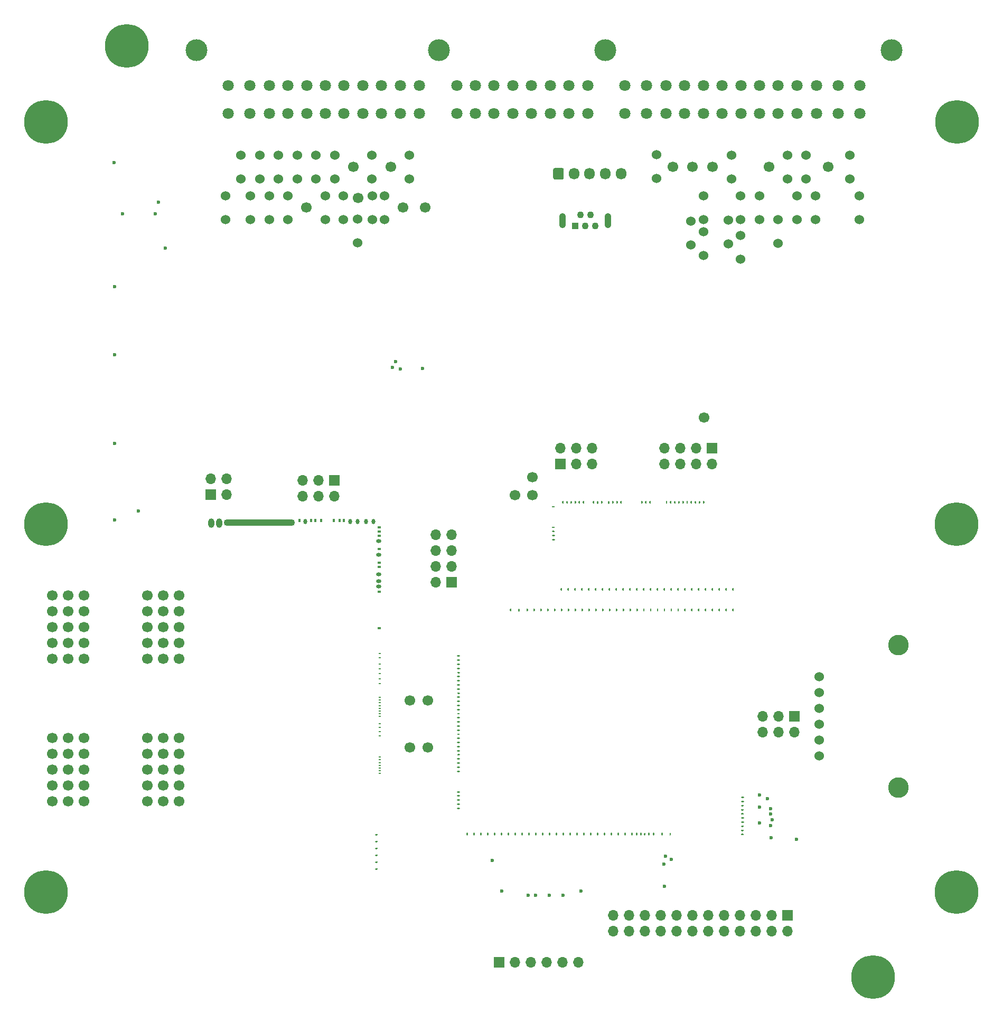
<source format=gbs>
G04 #@! TF.GenerationSoftware,KiCad,Pcbnew,(5.99.0-10192-g8d0191151d)*
G04 #@! TF.CreationDate,2021-04-13T21:24:01+03:00*
G04 #@! TF.ProjectId,hellen64_miataNA6_94,68656c6c-656e-4363-945f-6d696174614e,R0.4*
G04 #@! TF.SameCoordinates,PX1406f40PYa852d20*
G04 #@! TF.FileFunction,Soldermask,Bot*
G04 #@! TF.FilePolarity,Negative*
%FSLAX46Y46*%
G04 Gerber Fmt 4.6, Leading zero omitted, Abs format (unit mm)*
G04 Created by KiCad (PCBNEW (5.99.0-10192-g8d0191151d)) date 2021-04-13 21:24:01*
%MOMM*%
%LPD*%
G01*
G04 APERTURE LIST*
%ADD10C,0.599999*%
%ADD11C,1.524000*%
%ADD12C,1.700000*%
%ADD13R,1.700000X1.700000*%
%ADD14O,1.700000X1.700000*%
%ADD15O,1.000001X1.500000*%
%ADD16O,11.400000X1.100000*%
%ADD17O,0.399999X0.599999*%
%ADD18O,0.599999X0.800001*%
%ADD19O,0.599999X0.399999*%
%ADD20O,0.800001X0.599999*%
%ADD21O,0.399999X0.200000*%
%ADD22C,3.500120*%
%ADD23C,1.800000*%
%ADD24C,7.000000*%
%ADD25R,1.100000X1.100000*%
%ADD26C,1.100000*%
%ADD27O,1.100000X2.400000*%
%ADD28C,3.302000*%
%ADD29O,1.700000X1.850000*%
G04 APERTURE END LIST*
D10*
G04 #@! TO.C,M4*
X75566855Y23589700D03*
X77141869Y18684691D03*
X89845887Y18693754D03*
X81366859Y18014690D03*
X82541863Y18014690D03*
X84716857Y18014690D03*
X86941859Y18014690D03*
G04 #@! TD*
D11*
G04 #@! TO.C,R32*
X51700700Y126395000D03*
X51700700Y130205000D03*
G04 #@! TD*
D12*
G04 #@! TO.C,P24*
X65210960Y49204880D03*
G04 #@! TD*
G04 #@! TO.C,P47*
X59310960Y134800000D03*
G04 #@! TD*
D13*
G04 #@! TO.C,J10*
X50252360Y84513880D03*
D14*
X50252360Y81973880D03*
X47712360Y84513880D03*
X47712360Y81973880D03*
X45172360Y84513880D03*
X45172360Y81973880D03*
G04 #@! TD*
D12*
G04 #@! TO.C,G4*
X20320000Y55880000D03*
X20320000Y58420000D03*
X20320000Y60960000D03*
X20320000Y63500000D03*
X20320000Y66040000D03*
X22860000Y55880000D03*
X22860000Y58420000D03*
X22860000Y60960000D03*
X22860000Y63500000D03*
X22860000Y66040000D03*
X25400000Y55880000D03*
X25400000Y58420000D03*
X25400000Y60960000D03*
X25400000Y63500000D03*
X25400000Y66040000D03*
G04 #@! TD*
D11*
G04 #@! TO.C,R11*
X115410960Y123795000D03*
X115410960Y119985000D03*
G04 #@! TD*
G04 #@! TO.C,R41*
X36810960Y126395000D03*
X36810960Y130205000D03*
G04 #@! TD*
D15*
G04 #@! TO.C,M5*
X30513317Y77637666D03*
X31769182Y77637666D03*
D16*
X38213317Y77762667D03*
D17*
X44663309Y78062666D03*
D18*
X45638321Y77962661D03*
D17*
X46508078Y78062666D03*
X47238315Y78062666D03*
X48133078Y78062666D03*
X50208078Y78062666D03*
X51108074Y78062666D03*
X51818316Y78062666D03*
D18*
X52838317Y77962666D03*
X54013316Y77962666D03*
X55363315Y77962666D03*
X56538314Y77962666D03*
D19*
X57438315Y77032427D03*
X57438315Y76337668D03*
X57438315Y75657428D03*
D20*
X57343317Y74837666D03*
D19*
X57438315Y73532429D03*
D20*
X57343317Y72562664D03*
D19*
X57438315Y71287666D03*
X57438315Y70637664D03*
D20*
X57343317Y69437664D03*
X57343317Y68362660D03*
X57343317Y67487658D03*
D19*
X57438315Y66662666D03*
X57438315Y60812665D03*
D21*
X57543316Y56757695D03*
X57543316Y56097693D03*
X57543316Y55037665D03*
X57543316Y54333580D03*
X57543316Y53533541D03*
X57543316Y52733502D03*
X57543316Y51937666D03*
X57543316Y49742664D03*
X57543316Y49302665D03*
X57543316Y48862666D03*
X57543316Y48422664D03*
X57543316Y47982665D03*
X57543316Y47542666D03*
X57543316Y47102664D03*
X57543316Y46662665D03*
X57543316Y45537694D03*
X57543316Y44877696D03*
X57543316Y44217694D03*
X57543316Y43557696D03*
X57543316Y40152666D03*
X57543316Y39712667D03*
X57543316Y39272665D03*
X57543316Y38832666D03*
X57543316Y38392667D03*
X57543316Y37952665D03*
X57543316Y37512666D03*
G04 #@! TD*
D11*
G04 #@! TO.C,R36*
X41310960Y132895000D03*
X41310960Y136705000D03*
G04 #@! TD*
D12*
G04 #@! TO.C,P22*
X65210960Y41704880D03*
G04 #@! TD*
D11*
G04 #@! TO.C,R48*
X109410960Y126390000D03*
X109410960Y130200000D03*
G04 #@! TD*
G04 #@! TO.C,R24*
X107410960Y122340001D03*
X107410960Y126150001D03*
G04 #@! TD*
G04 #@! TO.C,R33*
X47310960Y132895000D03*
X47310960Y136705000D03*
G04 #@! TD*
G04 #@! TO.C,R42*
X32810960Y126395000D03*
X32810960Y130205000D03*
G04 #@! TD*
D22*
G04 #@! TO.C,P2*
X93728300Y153574420D03*
X139577840Y153574420D03*
X28178520Y153574420D03*
X67027820Y153574420D03*
D23*
X33230580Y143373780D03*
X36728160Y143373780D03*
X39829500Y143373780D03*
X42829240Y143373780D03*
X45828980Y143373780D03*
X48828720Y143373780D03*
X51828460Y143373780D03*
X54828200Y143373780D03*
X57827940Y143373780D03*
X60827680Y143373780D03*
X63929020Y143373780D03*
X33230580Y147874660D03*
X36728160Y147874660D03*
X39829500Y147874660D03*
X42829240Y147874660D03*
X45828980Y147874660D03*
X48828720Y147874660D03*
X51828460Y147874660D03*
X54828200Y147874660D03*
X57827940Y147874660D03*
X60827680Y147874660D03*
X63929020Y147874660D03*
X69877700Y143373780D03*
X72877440Y143373780D03*
X75877180Y143373780D03*
X78876920Y143373780D03*
X81879200Y143373780D03*
X84878940Y143373780D03*
X87878680Y143373780D03*
X90878420Y143373780D03*
X69877700Y147874660D03*
X72877440Y147874660D03*
X75877180Y147874660D03*
X78876920Y147874660D03*
X81879200Y147874660D03*
X84878940Y147874660D03*
X87878680Y147874660D03*
X90878420Y147874660D03*
X96824560Y143373780D03*
X100324680Y143373780D03*
X103428560Y143373780D03*
X106428300Y143373780D03*
X109428040Y143373780D03*
X112427780Y143373780D03*
X115427520Y143373780D03*
X118427260Y143373780D03*
X121427000Y143373780D03*
X124426740Y143373780D03*
X127528080Y143373780D03*
X131028200Y143373780D03*
X134528320Y143373780D03*
X96824560Y147874660D03*
X100324680Y147874660D03*
X103428560Y147874660D03*
X106428300Y147874660D03*
X109428040Y147874660D03*
X112427780Y147874660D03*
X115427520Y147874660D03*
X118427260Y147874660D03*
X121427000Y147874660D03*
X124426740Y147874660D03*
X127528080Y147874660D03*
X131028200Y147874660D03*
X134528320Y147874660D03*
G04 #@! TD*
D12*
G04 #@! TO.C,P56*
X104510960Y134795000D03*
G04 #@! TD*
D24*
G04 #@! TO.C,J18*
X4000000Y142000000D03*
G04 #@! TD*
D12*
G04 #@! TO.C,P52*
X129410960Y134795000D03*
G04 #@! TD*
G04 #@! TO.C,P26*
X79200700Y82200880D03*
G04 #@! TD*
D11*
G04 #@! TO.C,R43*
X122910960Y132890000D03*
X122910960Y136700000D03*
G04 #@! TD*
D25*
G04 #@! TO.C,J1*
X88900700Y125349180D03*
D26*
X89700700Y127099180D03*
X90500700Y125349180D03*
X91300700Y127099180D03*
X92100700Y125349180D03*
D27*
X86850700Y126224180D03*
X94150700Y126224180D03*
G04 #@! TD*
D13*
G04 #@! TO.C,J9*
X69029360Y68204880D03*
D14*
X66489360Y68204880D03*
X69029360Y70744880D03*
X66489360Y70744880D03*
X69029360Y73284880D03*
X66489360Y73284880D03*
X69029360Y75824880D03*
X66489360Y75824880D03*
G04 #@! TD*
D13*
G04 #@! TO.C,J7*
X30477360Y82238880D03*
D14*
X30477360Y84778880D03*
X33017360Y82238880D03*
X33017360Y84778880D03*
G04 #@! TD*
D11*
G04 #@! TO.C,R45*
X118410960Y126390000D03*
X118410960Y130200000D03*
G04 #@! TD*
D10*
G04 #@! TO.C,M8*
X59557362Y102669562D03*
X60082362Y103544564D03*
X60832360Y102369560D03*
X64382361Y102444563D03*
G04 #@! TD*
D13*
G04 #@! TO.C,J8*
X86511360Y87200880D03*
D14*
X86511360Y89740880D03*
X89051360Y87200880D03*
X89051360Y89740880D03*
X91591360Y87200880D03*
X91591360Y89740880D03*
G04 #@! TD*
D28*
G04 #@! TO.C,U2*
X140700000Y58085000D03*
X140700000Y35225000D03*
D11*
X128000000Y53005000D03*
X128000000Y50465000D03*
X128000000Y47925000D03*
X128000000Y45385000D03*
X128000000Y42845000D03*
X128000000Y40305000D03*
G04 #@! TD*
G04 #@! TO.C,R17*
X125910960Y132890000D03*
X125910960Y136700000D03*
G04 #@! TD*
D13*
G04 #@! TO.C,J6*
X110811360Y89740880D03*
D14*
X110811360Y87200880D03*
X108271360Y89740880D03*
X108271360Y87200880D03*
X105731360Y89740880D03*
X105731360Y87200880D03*
X103191360Y89740880D03*
X103191360Y87200880D03*
G04 #@! TD*
D12*
G04 #@! TO.C,G6*
X5080000Y55880000D03*
X5080000Y58420000D03*
X5080000Y60960000D03*
X5080000Y63500000D03*
X5080000Y66040000D03*
X7620000Y55880000D03*
X7620000Y58420000D03*
X7620000Y60960000D03*
X7620000Y63500000D03*
X7620000Y66040000D03*
X10160000Y55880000D03*
X10160000Y58420000D03*
X10160000Y60960000D03*
X10160000Y63500000D03*
X10160000Y66040000D03*
G04 #@! TD*
G04 #@! TO.C,P55*
X107710560Y134794120D03*
G04 #@! TD*
D13*
G04 #@! TO.C,J3*
X76679360Y7204880D03*
D14*
X79219360Y7204880D03*
X81759360Y7204880D03*
X84299360Y7204880D03*
X86839360Y7204880D03*
X89379360Y7204880D03*
G04 #@! TD*
D13*
G04 #@! TO.C,J5*
X124029360Y46704880D03*
D14*
X124029360Y44164880D03*
X121489360Y46704880D03*
X121489360Y44164880D03*
X118949360Y46704880D03*
X118949360Y44164880D03*
G04 #@! TD*
D11*
G04 #@! TO.C,R29*
X56310960Y132895000D03*
X56310960Y136705000D03*
G04 #@! TD*
D12*
G04 #@! TO.C,P50*
X54060960Y129800880D03*
G04 #@! TD*
D11*
G04 #@! TO.C,R40*
X35310960Y132895000D03*
X35310960Y136705000D03*
G04 #@! TD*
D24*
G04 #@! TO.C,J13*
X4000000Y18500000D03*
G04 #@! TD*
G04 #@! TO.C,M7*
G36*
G01*
X56902364Y27838876D02*
X57152362Y27838876D01*
G75*
G02*
X57277362Y27713876I0J-125000D01*
G01*
X57277362Y27713876D01*
G75*
G02*
X57152362Y27588876I-125000J0D01*
G01*
X56902364Y27588876D01*
G75*
G02*
X56777364Y27713876I0J125000D01*
G01*
X56777364Y27713876D01*
G75*
G02*
X56902364Y27838876I125000J0D01*
G01*
G37*
G36*
G01*
X56902364Y26738878D02*
X57152362Y26738878D01*
G75*
G02*
X57277362Y26613878I0J-125000D01*
G01*
X57277362Y26613878D01*
G75*
G02*
X57152362Y26488878I-125000J0D01*
G01*
X56902364Y26488878D01*
G75*
G02*
X56777364Y26613878I0J125000D01*
G01*
X56777364Y26613878D01*
G75*
G02*
X56902364Y26738878I125000J0D01*
G01*
G37*
G36*
G01*
X56902364Y25638880D02*
X57152362Y25638880D01*
G75*
G02*
X57277362Y25513880I0J-125000D01*
G01*
X57277362Y25513880D01*
G75*
G02*
X57152362Y25388880I-125000J0D01*
G01*
X56902364Y25388880D01*
G75*
G02*
X56777364Y25513880I0J125000D01*
G01*
X56777364Y25513880D01*
G75*
G02*
X56902364Y25638880I125000J0D01*
G01*
G37*
G36*
G01*
X56902364Y24538882D02*
X57152362Y24538882D01*
G75*
G02*
X57277362Y24413882I0J-125000D01*
G01*
X57277362Y24413882D01*
G75*
G02*
X57152362Y24288882I-125000J0D01*
G01*
X56902364Y24288882D01*
G75*
G02*
X56777364Y24413882I0J125000D01*
G01*
X56777364Y24413882D01*
G75*
G02*
X56902364Y24538882I125000J0D01*
G01*
G37*
G36*
G01*
X56902364Y23438884D02*
X57152362Y23438884D01*
G75*
G02*
X57277362Y23313884I0J-125000D01*
G01*
X57277362Y23313884D01*
G75*
G02*
X57152362Y23188884I-125000J0D01*
G01*
X56902364Y23188884D01*
G75*
G02*
X56777364Y23313884I0J125000D01*
G01*
X56777364Y23313884D01*
G75*
G02*
X56902364Y23438884I125000J0D01*
G01*
G37*
G36*
G01*
X56902364Y22338887D02*
X57152362Y22338887D01*
G75*
G02*
X57277362Y22213887I0J-125000D01*
G01*
X57277362Y22213887D01*
G75*
G02*
X57152362Y22088887I-125000J0D01*
G01*
X56902364Y22088887D01*
G75*
G02*
X56777364Y22213887I0J125000D01*
G01*
X56777364Y22213887D01*
G75*
G02*
X56902364Y22338887I125000J0D01*
G01*
G37*
G04 #@! TD*
D12*
G04 #@! TO.C,P28*
X82011360Y82200880D03*
G04 #@! TD*
D24*
G04 #@! TO.C,J12*
X4000000Y77500000D03*
G04 #@! TD*
D12*
G04 #@! TO.C,P54*
X110910960Y134795000D03*
G04 #@! TD*
G04 #@! TO.C,M1*
G36*
G01*
X85260958Y75146477D02*
X85510958Y75146477D01*
G75*
G02*
X85635958Y75021477I0J-125000D01*
G01*
X85635958Y75021477D01*
G75*
G02*
X85510958Y74896477I-125000J0D01*
G01*
X85260958Y74896477D01*
G75*
G02*
X85135958Y75021477I0J125000D01*
G01*
X85135958Y75021477D01*
G75*
G02*
X85260958Y75146477I125000J0D01*
G01*
G37*
G36*
G01*
X85260958Y75806478D02*
X85510958Y75806478D01*
G75*
G02*
X85635958Y75681478I0J-125000D01*
G01*
X85635958Y75681478D01*
G75*
G02*
X85510958Y75556478I-125000J0D01*
G01*
X85260958Y75556478D01*
G75*
G02*
X85135958Y75681478I0J125000D01*
G01*
X85135958Y75681478D01*
G75*
G02*
X85260958Y75806478I125000J0D01*
G01*
G37*
G36*
G01*
X85260958Y76466479D02*
X85510958Y76466479D01*
G75*
G02*
X85635958Y76341479I0J-125000D01*
G01*
X85635958Y76341479D01*
G75*
G02*
X85510958Y76216479I-125000J0D01*
G01*
X85260958Y76216479D01*
G75*
G02*
X85135958Y76341479I0J125000D01*
G01*
X85135958Y76341479D01*
G75*
G02*
X85260958Y76466479I125000J0D01*
G01*
G37*
G36*
G01*
X85260958Y77126480D02*
X85510958Y77126480D01*
G75*
G02*
X85635958Y77001480I0J-125000D01*
G01*
X85635958Y77001480D01*
G75*
G02*
X85510958Y76876480I-125000J0D01*
G01*
X85260958Y76876480D01*
G75*
G02*
X85135958Y77001480I0J125000D01*
G01*
X85135958Y77001480D01*
G75*
G02*
X85260958Y77126480I125000J0D01*
G01*
G37*
G36*
G01*
X85260958Y80426487D02*
X85510958Y80426487D01*
G75*
G02*
X85635958Y80301487I0J-125000D01*
G01*
X85635958Y80301487D01*
G75*
G02*
X85510958Y80176487I-125000J0D01*
G01*
X85260958Y80176487D01*
G75*
G02*
X85135958Y80301487I0J125000D01*
G01*
X85135958Y80301487D01*
G75*
G02*
X85260958Y80426487I125000J0D01*
G01*
G37*
G36*
G01*
X114030960Y66927684D02*
X114030960Y67177684D01*
G75*
G02*
X114155960Y67302684I125000J0D01*
G01*
X114155960Y67302684D01*
G75*
G02*
X114280960Y67177684I0J-125000D01*
G01*
X114280960Y66927684D01*
G75*
G02*
X114155960Y66802684I-125000J0D01*
G01*
X114155960Y66802684D01*
G75*
G02*
X114030960Y66927684I0J125000D01*
G01*
G37*
G36*
G01*
X113180956Y67177684D02*
X113180956Y66927684D01*
G75*
G02*
X113055956Y66802684I-125000J0D01*
G01*
X113055956Y66802684D01*
G75*
G02*
X112930956Y66927684I0J125000D01*
G01*
X112930956Y67177684D01*
G75*
G02*
X113055956Y67302684I125000J0D01*
G01*
X113055956Y67302684D01*
G75*
G02*
X113180956Y67177684I0J-125000D01*
G01*
G37*
G36*
G01*
X112080955Y67177684D02*
X112080955Y66927684D01*
G75*
G02*
X111955955Y66802684I-125000J0D01*
G01*
X111955955Y66802684D01*
G75*
G02*
X111830955Y66927684I0J125000D01*
G01*
X111830955Y67177684D01*
G75*
G02*
X111955955Y67302684I125000J0D01*
G01*
X111955955Y67302684D01*
G75*
G02*
X112080955Y67177684I0J-125000D01*
G01*
G37*
G36*
G01*
X110980958Y67177684D02*
X110980958Y66927684D01*
G75*
G02*
X110855958Y66802684I-125000J0D01*
G01*
X110855958Y66802684D01*
G75*
G02*
X110730958Y66927684I0J125000D01*
G01*
X110730958Y67177684D01*
G75*
G02*
X110855958Y67302684I125000J0D01*
G01*
X110855958Y67302684D01*
G75*
G02*
X110980958Y67177684I0J-125000D01*
G01*
G37*
G36*
G01*
X109880960Y67177684D02*
X109880960Y66927684D01*
G75*
G02*
X109755960Y66802684I-125000J0D01*
G01*
X109755960Y66802684D01*
G75*
G02*
X109630960Y66927684I0J125000D01*
G01*
X109630960Y67177684D01*
G75*
G02*
X109755960Y67302684I125000J0D01*
G01*
X109755960Y67302684D01*
G75*
G02*
X109880960Y67177684I0J-125000D01*
G01*
G37*
G36*
G01*
X108780962Y67177684D02*
X108780962Y66927684D01*
G75*
G02*
X108655962Y66802684I-125000J0D01*
G01*
X108655962Y66802684D01*
G75*
G02*
X108530962Y66927684I0J125000D01*
G01*
X108530962Y67177684D01*
G75*
G02*
X108655962Y67302684I125000J0D01*
G01*
X108655962Y67302684D01*
G75*
G02*
X108780962Y67177684I0J-125000D01*
G01*
G37*
G36*
G01*
X107680964Y67177684D02*
X107680964Y66927684D01*
G75*
G02*
X107555964Y66802684I-125000J0D01*
G01*
X107555964Y66802684D01*
G75*
G02*
X107430964Y66927684I0J125000D01*
G01*
X107430964Y67177684D01*
G75*
G02*
X107555964Y67302684I125000J0D01*
G01*
X107555964Y67302684D01*
G75*
G02*
X107680964Y67177684I0J-125000D01*
G01*
G37*
G36*
G01*
X106580966Y67177684D02*
X106580966Y66927684D01*
G75*
G02*
X106455966Y66802684I-125000J0D01*
G01*
X106455966Y66802684D01*
G75*
G02*
X106330966Y66927684I0J125000D01*
G01*
X106330966Y67177684D01*
G75*
G02*
X106455966Y67302684I125000J0D01*
G01*
X106455966Y67302684D01*
G75*
G02*
X106580966Y67177684I0J-125000D01*
G01*
G37*
G36*
G01*
X105480969Y67177684D02*
X105480969Y66927684D01*
G75*
G02*
X105355969Y66802684I-125000J0D01*
G01*
X105355969Y66802684D01*
G75*
G02*
X105230969Y66927684I0J125000D01*
G01*
X105230969Y67177684D01*
G75*
G02*
X105355969Y67302684I125000J0D01*
G01*
X105355969Y67302684D01*
G75*
G02*
X105480969Y67177684I0J-125000D01*
G01*
G37*
G36*
G01*
X104380971Y67177684D02*
X104380971Y66927684D01*
G75*
G02*
X104255971Y66802684I-125000J0D01*
G01*
X104255971Y66802684D01*
G75*
G02*
X104130971Y66927684I0J125000D01*
G01*
X104130971Y67177684D01*
G75*
G02*
X104255971Y67302684I125000J0D01*
G01*
X104255971Y67302684D01*
G75*
G02*
X104380971Y67177684I0J-125000D01*
G01*
G37*
G36*
G01*
X103280973Y67177684D02*
X103280973Y66927684D01*
G75*
G02*
X103155973Y66802684I-125000J0D01*
G01*
X103155973Y66802684D01*
G75*
G02*
X103030973Y66927684I0J125000D01*
G01*
X103030973Y67177684D01*
G75*
G02*
X103155973Y67302684I125000J0D01*
G01*
X103155973Y67302684D01*
G75*
G02*
X103280973Y67177684I0J-125000D01*
G01*
G37*
G36*
G01*
X102180975Y67177684D02*
X102180975Y66927684D01*
G75*
G02*
X102055975Y66802684I-125000J0D01*
G01*
X102055975Y66802684D01*
G75*
G02*
X101930975Y66927684I0J125000D01*
G01*
X101930975Y67177684D01*
G75*
G02*
X102055975Y67302684I125000J0D01*
G01*
X102055975Y67302684D01*
G75*
G02*
X102180975Y67177684I0J-125000D01*
G01*
G37*
G36*
G01*
X101080977Y67177684D02*
X101080977Y66927684D01*
G75*
G02*
X100955977Y66802684I-125000J0D01*
G01*
X100955977Y66802684D01*
G75*
G02*
X100830977Y66927684I0J125000D01*
G01*
X100830977Y67177684D01*
G75*
G02*
X100955977Y67302684I125000J0D01*
G01*
X100955977Y67302684D01*
G75*
G02*
X101080977Y67177684I0J-125000D01*
G01*
G37*
G36*
G01*
X99980980Y67177684D02*
X99980980Y66927684D01*
G75*
G02*
X99855980Y66802684I-125000J0D01*
G01*
X99855980Y66802684D01*
G75*
G02*
X99730980Y66927684I0J125000D01*
G01*
X99730980Y67177684D01*
G75*
G02*
X99855980Y67302684I125000J0D01*
G01*
X99855980Y67302684D01*
G75*
G02*
X99980980Y67177684I0J-125000D01*
G01*
G37*
G36*
G01*
X98880982Y67177684D02*
X98880982Y66927684D01*
G75*
G02*
X98755982Y66802684I-125000J0D01*
G01*
X98755982Y66802684D01*
G75*
G02*
X98630982Y66927684I0J125000D01*
G01*
X98630982Y67177684D01*
G75*
G02*
X98755982Y67302684I125000J0D01*
G01*
X98755982Y67302684D01*
G75*
G02*
X98880982Y67177684I0J-125000D01*
G01*
G37*
G36*
G01*
X97780984Y67177684D02*
X97780984Y66927684D01*
G75*
G02*
X97655984Y66802684I-125000J0D01*
G01*
X97655984Y66802684D01*
G75*
G02*
X97530984Y66927684I0J125000D01*
G01*
X97530984Y67177684D01*
G75*
G02*
X97655984Y67302684I125000J0D01*
G01*
X97655984Y67302684D01*
G75*
G02*
X97780984Y67177684I0J-125000D01*
G01*
G37*
G36*
G01*
X96680986Y67177684D02*
X96680986Y66927684D01*
G75*
G02*
X96555986Y66802684I-125000J0D01*
G01*
X96555986Y66802684D01*
G75*
G02*
X96430986Y66927684I0J125000D01*
G01*
X96430986Y67177684D01*
G75*
G02*
X96555986Y67302684I125000J0D01*
G01*
X96555986Y67302684D01*
G75*
G02*
X96680986Y67177684I0J-125000D01*
G01*
G37*
G36*
G01*
X95580988Y67177684D02*
X95580988Y66927684D01*
G75*
G02*
X95455988Y66802684I-125000J0D01*
G01*
X95455988Y66802684D01*
G75*
G02*
X95330988Y66927684I0J125000D01*
G01*
X95330988Y67177684D01*
G75*
G02*
X95455988Y67302684I125000J0D01*
G01*
X95455988Y67302684D01*
G75*
G02*
X95580988Y67177684I0J-125000D01*
G01*
G37*
G36*
G01*
X94480991Y67177684D02*
X94480991Y66927684D01*
G75*
G02*
X94355991Y66802684I-125000J0D01*
G01*
X94355991Y66802684D01*
G75*
G02*
X94230991Y66927684I0J125000D01*
G01*
X94230991Y67177684D01*
G75*
G02*
X94355991Y67302684I125000J0D01*
G01*
X94355991Y67302684D01*
G75*
G02*
X94480991Y67177684I0J-125000D01*
G01*
G37*
G36*
G01*
X93380993Y67177684D02*
X93380993Y66927684D01*
G75*
G02*
X93255993Y66802684I-125000J0D01*
G01*
X93255993Y66802684D01*
G75*
G02*
X93130993Y66927684I0J125000D01*
G01*
X93130993Y67177684D01*
G75*
G02*
X93255993Y67302684I125000J0D01*
G01*
X93255993Y67302684D01*
G75*
G02*
X93380993Y67177684I0J-125000D01*
G01*
G37*
G36*
G01*
X92280995Y67177684D02*
X92280995Y66927684D01*
G75*
G02*
X92155995Y66802684I-125000J0D01*
G01*
X92155995Y66802684D01*
G75*
G02*
X92030995Y66927684I0J125000D01*
G01*
X92030995Y67177684D01*
G75*
G02*
X92155995Y67302684I125000J0D01*
G01*
X92155995Y67302684D01*
G75*
G02*
X92280995Y67177684I0J-125000D01*
G01*
G37*
G36*
G01*
X91180997Y67177684D02*
X91180997Y66927684D01*
G75*
G02*
X91055997Y66802684I-125000J0D01*
G01*
X91055997Y66802684D01*
G75*
G02*
X90930997Y66927684I0J125000D01*
G01*
X90930997Y67177684D01*
G75*
G02*
X91055997Y67302684I125000J0D01*
G01*
X91055997Y67302684D01*
G75*
G02*
X91180997Y67177684I0J-125000D01*
G01*
G37*
G36*
G01*
X90080999Y67177684D02*
X90080999Y66927684D01*
G75*
G02*
X89955999Y66802684I-125000J0D01*
G01*
X89955999Y66802684D01*
G75*
G02*
X89830999Y66927684I0J125000D01*
G01*
X89830999Y67177684D01*
G75*
G02*
X89955999Y67302684I125000J0D01*
G01*
X89955999Y67302684D01*
G75*
G02*
X90080999Y67177684I0J-125000D01*
G01*
G37*
G36*
G01*
X88981002Y67177684D02*
X88981002Y66927684D01*
G75*
G02*
X88856002Y66802684I-125000J0D01*
G01*
X88856002Y66802684D01*
G75*
G02*
X88731002Y66927684I0J125000D01*
G01*
X88731002Y67177684D01*
G75*
G02*
X88856002Y67302684I125000J0D01*
G01*
X88856002Y67302684D01*
G75*
G02*
X88981002Y67177684I0J-125000D01*
G01*
G37*
G36*
G01*
X87881004Y67177684D02*
X87881004Y66927684D01*
G75*
G02*
X87756004Y66802684I-125000J0D01*
G01*
X87756004Y66802684D01*
G75*
G02*
X87631004Y66927684I0J125000D01*
G01*
X87631004Y67177684D01*
G75*
G02*
X87756004Y67302684I125000J0D01*
G01*
X87756004Y67302684D01*
G75*
G02*
X87881004Y67177684I0J-125000D01*
G01*
G37*
G36*
G01*
X86781006Y67177684D02*
X86781006Y66927684D01*
G75*
G02*
X86656006Y66802684I-125000J0D01*
G01*
X86656006Y66802684D01*
G75*
G02*
X86531006Y66927684I0J125000D01*
G01*
X86531006Y67177684D01*
G75*
G02*
X86656006Y67302684I125000J0D01*
G01*
X86656006Y67302684D01*
G75*
G02*
X86781006Y67177684I0J-125000D01*
G01*
G37*
G36*
G01*
X87031950Y81139683D02*
X87031950Y80889683D01*
G75*
G02*
X86906950Y80764683I-125000J0D01*
G01*
X86906950Y80764683D01*
G75*
G02*
X86781950Y80889683I0J125000D01*
G01*
X86781950Y81139683D01*
G75*
G02*
X86906950Y81264683I125000J0D01*
G01*
X86906950Y81264683D01*
G75*
G02*
X87031950Y81139683I0J-125000D01*
G01*
G37*
G36*
G01*
X87691952Y81139683D02*
X87691952Y80889683D01*
G75*
G02*
X87566952Y80764683I-125000J0D01*
G01*
X87566952Y80764683D01*
G75*
G02*
X87441952Y80889683I0J125000D01*
G01*
X87441952Y81139683D01*
G75*
G02*
X87566952Y81264683I125000J0D01*
G01*
X87566952Y81264683D01*
G75*
G02*
X87691952Y81139683I0J-125000D01*
G01*
G37*
G36*
G01*
X88351953Y81139683D02*
X88351953Y80889683D01*
G75*
G02*
X88226953Y80764683I-125000J0D01*
G01*
X88226953Y80764683D01*
G75*
G02*
X88101953Y80889683I0J125000D01*
G01*
X88101953Y81139683D01*
G75*
G02*
X88226953Y81264683I125000J0D01*
G01*
X88226953Y81264683D01*
G75*
G02*
X88351953Y81139683I0J-125000D01*
G01*
G37*
G36*
G01*
X89011954Y81139683D02*
X89011954Y80889683D01*
G75*
G02*
X88886954Y80764683I-125000J0D01*
G01*
X88886954Y80764683D01*
G75*
G02*
X88761954Y80889683I0J125000D01*
G01*
X88761954Y81139683D01*
G75*
G02*
X88886954Y81264683I125000J0D01*
G01*
X88886954Y81264683D01*
G75*
G02*
X89011954Y81139683I0J-125000D01*
G01*
G37*
G36*
G01*
X89671955Y81139683D02*
X89671955Y80889683D01*
G75*
G02*
X89546955Y80764683I-125000J0D01*
G01*
X89546955Y80764683D01*
G75*
G02*
X89421955Y80889683I0J125000D01*
G01*
X89421955Y81139683D01*
G75*
G02*
X89546955Y81264683I125000J0D01*
G01*
X89546955Y81264683D01*
G75*
G02*
X89671955Y81139683I0J-125000D01*
G01*
G37*
G36*
G01*
X90331957Y81139683D02*
X90331957Y80889683D01*
G75*
G02*
X90206957Y80764683I-125000J0D01*
G01*
X90206957Y80764683D01*
G75*
G02*
X90081957Y80889683I0J125000D01*
G01*
X90081957Y81139683D01*
G75*
G02*
X90206957Y81264683I125000J0D01*
G01*
X90206957Y81264683D01*
G75*
G02*
X90331957Y81139683I0J-125000D01*
G01*
G37*
G36*
G01*
X91932954Y81139683D02*
X91932954Y80889683D01*
G75*
G02*
X91807954Y80764683I-125000J0D01*
G01*
X91807954Y80764683D01*
G75*
G02*
X91682954Y80889683I0J125000D01*
G01*
X91682954Y81139683D01*
G75*
G02*
X91807954Y81264683I125000J0D01*
G01*
X91807954Y81264683D01*
G75*
G02*
X91932954Y81139683I0J-125000D01*
G01*
G37*
G36*
G01*
X92592955Y81139683D02*
X92592955Y80889683D01*
G75*
G02*
X92467955Y80764683I-125000J0D01*
G01*
X92467955Y80764683D01*
G75*
G02*
X92342955Y80889683I0J125000D01*
G01*
X92342955Y81139683D01*
G75*
G02*
X92467955Y81264683I125000J0D01*
G01*
X92467955Y81264683D01*
G75*
G02*
X92592955Y81139683I0J-125000D01*
G01*
G37*
G36*
G01*
X93252957Y81139683D02*
X93252957Y80889683D01*
G75*
G02*
X93127957Y80764683I-125000J0D01*
G01*
X93127957Y80764683D01*
G75*
G02*
X93002957Y80889683I0J125000D01*
G01*
X93002957Y81139683D01*
G75*
G02*
X93127957Y81264683I125000J0D01*
G01*
X93127957Y81264683D01*
G75*
G02*
X93252957Y81139683I0J-125000D01*
G01*
G37*
G36*
G01*
X94373856Y81139683D02*
X94373856Y80889683D01*
G75*
G02*
X94248856Y80764683I-125000J0D01*
G01*
X94248856Y80764683D01*
G75*
G02*
X94123856Y80889683I0J125000D01*
G01*
X94123856Y81139683D01*
G75*
G02*
X94248856Y81264683I125000J0D01*
G01*
X94248856Y81264683D01*
G75*
G02*
X94373856Y81139683I0J-125000D01*
G01*
G37*
G36*
G01*
X95033857Y81139683D02*
X95033857Y80889683D01*
G75*
G02*
X94908857Y80764683I-125000J0D01*
G01*
X94908857Y80764683D01*
G75*
G02*
X94783857Y80889683I0J125000D01*
G01*
X94783857Y81139683D01*
G75*
G02*
X94908857Y81264683I125000J0D01*
G01*
X94908857Y81264683D01*
G75*
G02*
X95033857Y81139683I0J-125000D01*
G01*
G37*
G36*
G01*
X95693858Y81139683D02*
X95693858Y80889683D01*
G75*
G02*
X95568858Y80764683I-125000J0D01*
G01*
X95568858Y80764683D01*
G75*
G02*
X95443858Y80889683I0J125000D01*
G01*
X95443858Y81139683D01*
G75*
G02*
X95568858Y81264683I125000J0D01*
G01*
X95568858Y81264683D01*
G75*
G02*
X95693858Y81139683I0J-125000D01*
G01*
G37*
G36*
G01*
X96353860Y81139683D02*
X96353860Y80889683D01*
G75*
G02*
X96228860Y80764683I-125000J0D01*
G01*
X96228860Y80764683D01*
G75*
G02*
X96103860Y80889683I0J125000D01*
G01*
X96103860Y81139683D01*
G75*
G02*
X96228860Y81264683I125000J0D01*
G01*
X96228860Y81264683D01*
G75*
G02*
X96353860Y81139683I0J-125000D01*
G01*
G37*
G36*
G01*
X99679954Y81139683D02*
X99679954Y80889683D01*
G75*
G02*
X99554954Y80764683I-125000J0D01*
G01*
X99554954Y80764683D01*
G75*
G02*
X99429954Y80889683I0J125000D01*
G01*
X99429954Y81139683D01*
G75*
G02*
X99554954Y81264683I125000J0D01*
G01*
X99554954Y81264683D01*
G75*
G02*
X99679954Y81139683I0J-125000D01*
G01*
G37*
G36*
G01*
X100339955Y81139683D02*
X100339955Y80889683D01*
G75*
G02*
X100214955Y80764683I-125000J0D01*
G01*
X100214955Y80764683D01*
G75*
G02*
X100089955Y80889683I0J125000D01*
G01*
X100089955Y81139683D01*
G75*
G02*
X100214955Y81264683I125000J0D01*
G01*
X100214955Y81264683D01*
G75*
G02*
X100339955Y81139683I0J-125000D01*
G01*
G37*
G36*
G01*
X100999957Y81139683D02*
X100999957Y80889683D01*
G75*
G02*
X100874957Y80764683I-125000J0D01*
G01*
X100874957Y80764683D01*
G75*
G02*
X100749957Y80889683I0J125000D01*
G01*
X100749957Y81139683D01*
G75*
G02*
X100874957Y81264683I125000J0D01*
G01*
X100874957Y81264683D01*
G75*
G02*
X100999957Y81139683I0J-125000D01*
G01*
G37*
G36*
G01*
X103645948Y81139683D02*
X103645948Y80889683D01*
G75*
G02*
X103520948Y80764683I-125000J0D01*
G01*
X103520948Y80764683D01*
G75*
G02*
X103395948Y80889683I0J125000D01*
G01*
X103395948Y81139683D01*
G75*
G02*
X103520948Y81264683I125000J0D01*
G01*
X103520948Y81264683D01*
G75*
G02*
X103645948Y81139683I0J-125000D01*
G01*
G37*
G36*
G01*
X104305949Y81139683D02*
X104305949Y80889683D01*
G75*
G02*
X104180949Y80764683I-125000J0D01*
G01*
X104180949Y80764683D01*
G75*
G02*
X104055949Y80889683I0J125000D01*
G01*
X104055949Y81139683D01*
G75*
G02*
X104180949Y81264683I125000J0D01*
G01*
X104180949Y81264683D01*
G75*
G02*
X104305949Y81139683I0J-125000D01*
G01*
G37*
G36*
G01*
X104965951Y81139683D02*
X104965951Y80889683D01*
G75*
G02*
X104840951Y80764683I-125000J0D01*
G01*
X104840951Y80764683D01*
G75*
G02*
X104715951Y80889683I0J125000D01*
G01*
X104715951Y81139683D01*
G75*
G02*
X104840951Y81264683I125000J0D01*
G01*
X104840951Y81264683D01*
G75*
G02*
X104965951Y81139683I0J-125000D01*
G01*
G37*
G36*
G01*
X105625952Y81139683D02*
X105625952Y80889683D01*
G75*
G02*
X105500952Y80764683I-125000J0D01*
G01*
X105500952Y80764683D01*
G75*
G02*
X105375952Y80889683I0J125000D01*
G01*
X105375952Y81139683D01*
G75*
G02*
X105500952Y81264683I125000J0D01*
G01*
X105500952Y81264683D01*
G75*
G02*
X105625952Y81139683I0J-125000D01*
G01*
G37*
G36*
G01*
X106285953Y81139683D02*
X106285953Y80889683D01*
G75*
G02*
X106160953Y80764683I-125000J0D01*
G01*
X106160953Y80764683D01*
G75*
G02*
X106035953Y80889683I0J125000D01*
G01*
X106035953Y81139683D01*
G75*
G02*
X106160953Y81264683I125000J0D01*
G01*
X106160953Y81264683D01*
G75*
G02*
X106285953Y81139683I0J-125000D01*
G01*
G37*
G36*
G01*
X106945954Y81139683D02*
X106945954Y80889683D01*
G75*
G02*
X106820954Y80764683I-125000J0D01*
G01*
X106820954Y80764683D01*
G75*
G02*
X106695954Y80889683I0J125000D01*
G01*
X106695954Y81139683D01*
G75*
G02*
X106820954Y81264683I125000J0D01*
G01*
X106820954Y81264683D01*
G75*
G02*
X106945954Y81139683I0J-125000D01*
G01*
G37*
G36*
G01*
X107605956Y81139683D02*
X107605956Y80889683D01*
G75*
G02*
X107480956Y80764683I-125000J0D01*
G01*
X107480956Y80764683D01*
G75*
G02*
X107355956Y80889683I0J125000D01*
G01*
X107355956Y81139683D01*
G75*
G02*
X107480956Y81264683I125000J0D01*
G01*
X107480956Y81264683D01*
G75*
G02*
X107605956Y81139683I0J-125000D01*
G01*
G37*
G36*
G01*
X108265957Y81139683D02*
X108265957Y80889683D01*
G75*
G02*
X108140957Y80764683I-125000J0D01*
G01*
X108140957Y80764683D01*
G75*
G02*
X108015957Y80889683I0J125000D01*
G01*
X108015957Y81139683D01*
G75*
G02*
X108140957Y81264683I125000J0D01*
G01*
X108140957Y81264683D01*
G75*
G02*
X108265957Y81139683I0J-125000D01*
G01*
G37*
G36*
G01*
X108925958Y81139683D02*
X108925958Y80889683D01*
G75*
G02*
X108800958Y80764683I-125000J0D01*
G01*
X108800958Y80764683D01*
G75*
G02*
X108675958Y80889683I0J125000D01*
G01*
X108675958Y81139683D01*
G75*
G02*
X108800958Y81264683I125000J0D01*
G01*
X108800958Y81264683D01*
G75*
G02*
X108925958Y81139683I0J-125000D01*
G01*
G37*
G36*
G01*
X109585960Y81139683D02*
X109585960Y80889683D01*
G75*
G02*
X109460960Y80764683I-125000J0D01*
G01*
X109460960Y80764683D01*
G75*
G02*
X109335960Y80889683I0J125000D01*
G01*
X109335960Y81139683D01*
G75*
G02*
X109460960Y81264683I125000J0D01*
G01*
X109460960Y81264683D01*
G75*
G02*
X109585960Y81139683I0J-125000D01*
G01*
G37*
G04 #@! TD*
D11*
G04 #@! TO.C,R38*
X38310960Y132895000D03*
X38310960Y136705000D03*
G04 #@! TD*
G04 #@! TO.C,R18*
X121400000Y122544979D03*
X121400000Y126354979D03*
G04 #@! TD*
G04 #@! TO.C,R44*
X124410960Y126390000D03*
X124410960Y130200000D03*
G04 #@! TD*
G04 #@! TO.C,M3*
G36*
G01*
X70039863Y32058505D02*
X70289863Y32058505D01*
G75*
G02*
X70414863Y31933505I0J-125000D01*
G01*
X70414863Y31933505D01*
G75*
G02*
X70289863Y31808505I-125000J0D01*
G01*
X70039863Y31808505D01*
G75*
G02*
X69914863Y31933505I0J125000D01*
G01*
X69914863Y31933505D01*
G75*
G02*
X70039863Y32058505I125000J0D01*
G01*
G37*
G36*
G01*
X70289863Y32468503D02*
X70039863Y32468503D01*
G75*
G02*
X69914863Y32593503I0J125000D01*
G01*
X69914863Y32593503D01*
G75*
G02*
X70039863Y32718503I125000J0D01*
G01*
X70289863Y32718503D01*
G75*
G02*
X70414863Y32593503I0J-125000D01*
G01*
X70414863Y32593503D01*
G75*
G02*
X70289863Y32468503I-125000J0D01*
G01*
G37*
G36*
G01*
X70289863Y33128508D02*
X70039863Y33128508D01*
G75*
G02*
X69914863Y33253508I0J125000D01*
G01*
X69914863Y33253508D01*
G75*
G02*
X70039863Y33378508I125000J0D01*
G01*
X70289863Y33378508D01*
G75*
G02*
X70414863Y33253508I0J-125000D01*
G01*
X70414863Y33253508D01*
G75*
G02*
X70289863Y33128508I-125000J0D01*
G01*
G37*
G36*
G01*
X70289863Y33788503D02*
X70039863Y33788503D01*
G75*
G02*
X69914863Y33913503I0J125000D01*
G01*
X69914863Y33913503D01*
G75*
G02*
X70039863Y34038503I125000J0D01*
G01*
X70289863Y34038503D01*
G75*
G02*
X70414863Y33913503I0J-125000D01*
G01*
X70414863Y33913503D01*
G75*
G02*
X70289863Y33788503I-125000J0D01*
G01*
G37*
G36*
G01*
X70289863Y34448505D02*
X70039863Y34448505D01*
G75*
G02*
X69914863Y34573505I0J125000D01*
G01*
X69914863Y34573505D01*
G75*
G02*
X70039863Y34698505I125000J0D01*
G01*
X70289863Y34698505D01*
G75*
G02*
X70414863Y34573505I0J-125000D01*
G01*
X70414863Y34573505D01*
G75*
G02*
X70289863Y34448505I-125000J0D01*
G01*
G37*
G36*
G01*
X70289863Y37748506D02*
X70039863Y37748506D01*
G75*
G02*
X69914863Y37873506I0J125000D01*
G01*
X69914863Y37873506D01*
G75*
G02*
X70039863Y37998506I125000J0D01*
G01*
X70289863Y37998506D01*
G75*
G02*
X70414863Y37873506I0J-125000D01*
G01*
X70414863Y37873506D01*
G75*
G02*
X70289863Y37748506I-125000J0D01*
G01*
G37*
G36*
G01*
X70289863Y38408507D02*
X70039863Y38408507D01*
G75*
G02*
X69914863Y38533507I0J125000D01*
G01*
X69914863Y38533507D01*
G75*
G02*
X70039863Y38658507I125000J0D01*
G01*
X70289863Y38658507D01*
G75*
G02*
X70414863Y38533507I0J-125000D01*
G01*
X70414863Y38533507D01*
G75*
G02*
X70289863Y38408507I-125000J0D01*
G01*
G37*
G36*
G01*
X70289863Y39068509D02*
X70039863Y39068509D01*
G75*
G02*
X69914863Y39193509I0J125000D01*
G01*
X69914863Y39193509D01*
G75*
G02*
X70039863Y39318509I125000J0D01*
G01*
X70289863Y39318509D01*
G75*
G02*
X70414863Y39193509I0J-125000D01*
G01*
X70414863Y39193509D01*
G75*
G02*
X70289863Y39068509I-125000J0D01*
G01*
G37*
G36*
G01*
X70289863Y39728507D02*
X70039863Y39728507D01*
G75*
G02*
X69914863Y39853507I0J125000D01*
G01*
X69914863Y39853507D01*
G75*
G02*
X70039863Y39978507I125000J0D01*
G01*
X70289863Y39978507D01*
G75*
G02*
X70414863Y39853507I0J-125000D01*
G01*
X70414863Y39853507D01*
G75*
G02*
X70289863Y39728507I-125000J0D01*
G01*
G37*
G36*
G01*
X70289863Y40388509D02*
X70039863Y40388509D01*
G75*
G02*
X69914863Y40513509I0J125000D01*
G01*
X69914863Y40513509D01*
G75*
G02*
X70039863Y40638509I125000J0D01*
G01*
X70289863Y40638509D01*
G75*
G02*
X70414863Y40513509I0J-125000D01*
G01*
X70414863Y40513509D01*
G75*
G02*
X70289863Y40388509I-125000J0D01*
G01*
G37*
G36*
G01*
X70289863Y41048507D02*
X70039863Y41048507D01*
G75*
G02*
X69914863Y41173507I0J125000D01*
G01*
X69914863Y41173507D01*
G75*
G02*
X70039863Y41298507I125000J0D01*
G01*
X70289863Y41298507D01*
G75*
G02*
X70414863Y41173507I0J-125000D01*
G01*
X70414863Y41173507D01*
G75*
G02*
X70289863Y41048507I-125000J0D01*
G01*
G37*
G36*
G01*
X70289863Y41708508D02*
X70039863Y41708508D01*
G75*
G02*
X69914863Y41833508I0J125000D01*
G01*
X69914863Y41833508D01*
G75*
G02*
X70039863Y41958508I125000J0D01*
G01*
X70289863Y41958508D01*
G75*
G02*
X70414863Y41833508I0J-125000D01*
G01*
X70414863Y41833508D01*
G75*
G02*
X70289863Y41708508I-125000J0D01*
G01*
G37*
G36*
G01*
X70289863Y42368507D02*
X70039863Y42368507D01*
G75*
G02*
X69914863Y42493507I0J125000D01*
G01*
X69914863Y42493507D01*
G75*
G02*
X70039863Y42618507I125000J0D01*
G01*
X70289863Y42618507D01*
G75*
G02*
X70414863Y42493507I0J-125000D01*
G01*
X70414863Y42493507D01*
G75*
G02*
X70289863Y42368507I-125000J0D01*
G01*
G37*
G36*
G01*
X70289863Y43028508D02*
X70039863Y43028508D01*
G75*
G02*
X69914863Y43153508I0J125000D01*
G01*
X69914863Y43153508D01*
G75*
G02*
X70039863Y43278508I125000J0D01*
G01*
X70289863Y43278508D01*
G75*
G02*
X70414863Y43153508I0J-125000D01*
G01*
X70414863Y43153508D01*
G75*
G02*
X70289863Y43028508I-125000J0D01*
G01*
G37*
G36*
G01*
X70289863Y43688507D02*
X70039863Y43688507D01*
G75*
G02*
X69914863Y43813507I0J125000D01*
G01*
X69914863Y43813507D01*
G75*
G02*
X70039863Y43938507I125000J0D01*
G01*
X70289863Y43938507D01*
G75*
G02*
X70414863Y43813507I0J-125000D01*
G01*
X70414863Y43813507D01*
G75*
G02*
X70289863Y43688507I-125000J0D01*
G01*
G37*
G36*
G01*
X70289863Y44348508D02*
X70039863Y44348508D01*
G75*
G02*
X69914863Y44473508I0J125000D01*
G01*
X69914863Y44473508D01*
G75*
G02*
X70039863Y44598508I125000J0D01*
G01*
X70289863Y44598508D01*
G75*
G02*
X70414863Y44473508I0J-125000D01*
G01*
X70414863Y44473508D01*
G75*
G02*
X70289863Y44348508I-125000J0D01*
G01*
G37*
G36*
G01*
X70289863Y45008507D02*
X70039863Y45008507D01*
G75*
G02*
X69914863Y45133507I0J125000D01*
G01*
X69914863Y45133507D01*
G75*
G02*
X70039863Y45258507I125000J0D01*
G01*
X70289863Y45258507D01*
G75*
G02*
X70414863Y45133507I0J-125000D01*
G01*
X70414863Y45133507D01*
G75*
G02*
X70289863Y45008507I-125000J0D01*
G01*
G37*
G36*
G01*
X70289863Y45668508D02*
X70039863Y45668508D01*
G75*
G02*
X69914863Y45793508I0J125000D01*
G01*
X69914863Y45793508D01*
G75*
G02*
X70039863Y45918508I125000J0D01*
G01*
X70289863Y45918508D01*
G75*
G02*
X70414863Y45793508I0J-125000D01*
G01*
X70414863Y45793508D01*
G75*
G02*
X70289863Y45668508I-125000J0D01*
G01*
G37*
G36*
G01*
X70289863Y46328507D02*
X70039863Y46328507D01*
G75*
G02*
X69914863Y46453507I0J125000D01*
G01*
X69914863Y46453507D01*
G75*
G02*
X70039863Y46578507I125000J0D01*
G01*
X70289863Y46578507D01*
G75*
G02*
X70414863Y46453507I0J-125000D01*
G01*
X70414863Y46453507D01*
G75*
G02*
X70289863Y46328507I-125000J0D01*
G01*
G37*
G36*
G01*
X70289863Y46988508D02*
X70039863Y46988508D01*
G75*
G02*
X69914863Y47113508I0J125000D01*
G01*
X69914863Y47113508D01*
G75*
G02*
X70039863Y47238508I125000J0D01*
G01*
X70289863Y47238508D01*
G75*
G02*
X70414863Y47113508I0J-125000D01*
G01*
X70414863Y47113508D01*
G75*
G02*
X70289863Y46988508I-125000J0D01*
G01*
G37*
G36*
G01*
X70289863Y47648507D02*
X70039863Y47648507D01*
G75*
G02*
X69914863Y47773507I0J125000D01*
G01*
X69914863Y47773507D01*
G75*
G02*
X70039863Y47898507I125000J0D01*
G01*
X70289863Y47898507D01*
G75*
G02*
X70414863Y47773507I0J-125000D01*
G01*
X70414863Y47773507D01*
G75*
G02*
X70289863Y47648507I-125000J0D01*
G01*
G37*
G36*
G01*
X70289863Y48308508D02*
X70039863Y48308508D01*
G75*
G02*
X69914863Y48433508I0J125000D01*
G01*
X69914863Y48433508D01*
G75*
G02*
X70039863Y48558508I125000J0D01*
G01*
X70289863Y48558508D01*
G75*
G02*
X70414863Y48433508I0J-125000D01*
G01*
X70414863Y48433508D01*
G75*
G02*
X70289863Y48308508I-125000J0D01*
G01*
G37*
G36*
G01*
X70289863Y48968507D02*
X70039863Y48968507D01*
G75*
G02*
X69914863Y49093507I0J125000D01*
G01*
X69914863Y49093507D01*
G75*
G02*
X70039863Y49218507I125000J0D01*
G01*
X70289863Y49218507D01*
G75*
G02*
X70414863Y49093507I0J-125000D01*
G01*
X70414863Y49093507D01*
G75*
G02*
X70289863Y48968507I-125000J0D01*
G01*
G37*
G36*
G01*
X70289863Y49628508D02*
X70039863Y49628508D01*
G75*
G02*
X69914863Y49753508I0J125000D01*
G01*
X69914863Y49753508D01*
G75*
G02*
X70039863Y49878508I125000J0D01*
G01*
X70289863Y49878508D01*
G75*
G02*
X70414863Y49753508I0J-125000D01*
G01*
X70414863Y49753508D01*
G75*
G02*
X70289863Y49628508I-125000J0D01*
G01*
G37*
G36*
G01*
X70289863Y50288507D02*
X70039863Y50288507D01*
G75*
G02*
X69914863Y50413507I0J125000D01*
G01*
X69914863Y50413507D01*
G75*
G02*
X70039863Y50538507I125000J0D01*
G01*
X70289863Y50538507D01*
G75*
G02*
X70414863Y50413507I0J-125000D01*
G01*
X70414863Y50413507D01*
G75*
G02*
X70289863Y50288507I-125000J0D01*
G01*
G37*
G36*
G01*
X70289863Y50948508D02*
X70039863Y50948508D01*
G75*
G02*
X69914863Y51073508I0J125000D01*
G01*
X69914863Y51073508D01*
G75*
G02*
X70039863Y51198508I125000J0D01*
G01*
X70289863Y51198508D01*
G75*
G02*
X70414863Y51073508I0J-125000D01*
G01*
X70414863Y51073508D01*
G75*
G02*
X70289863Y50948508I-125000J0D01*
G01*
G37*
G36*
G01*
X70289863Y51608506D02*
X70039863Y51608506D01*
G75*
G02*
X69914863Y51733506I0J125000D01*
G01*
X69914863Y51733506D01*
G75*
G02*
X70039863Y51858506I125000J0D01*
G01*
X70289863Y51858506D01*
G75*
G02*
X70414863Y51733506I0J-125000D01*
G01*
X70414863Y51733506D01*
G75*
G02*
X70289863Y51608506I-125000J0D01*
G01*
G37*
G36*
G01*
X70289863Y52268508D02*
X70039863Y52268508D01*
G75*
G02*
X69914863Y52393508I0J125000D01*
G01*
X69914863Y52393508D01*
G75*
G02*
X70039863Y52518508I125000J0D01*
G01*
X70289863Y52518508D01*
G75*
G02*
X70414863Y52393508I0J-125000D01*
G01*
X70414863Y52393508D01*
G75*
G02*
X70289863Y52268508I-125000J0D01*
G01*
G37*
G36*
G01*
X70289863Y52928506D02*
X70039863Y52928506D01*
G75*
G02*
X69914863Y53053506I0J125000D01*
G01*
X69914863Y53053506D01*
G75*
G02*
X70039863Y53178506I125000J0D01*
G01*
X70289863Y53178506D01*
G75*
G02*
X70414863Y53053506I0J-125000D01*
G01*
X70414863Y53053506D01*
G75*
G02*
X70289863Y52928506I-125000J0D01*
G01*
G37*
G36*
G01*
X70289863Y53588508D02*
X70039863Y53588508D01*
G75*
G02*
X69914863Y53713508I0J125000D01*
G01*
X69914863Y53713508D01*
G75*
G02*
X70039863Y53838508I125000J0D01*
G01*
X70289863Y53838508D01*
G75*
G02*
X70414863Y53713508I0J-125000D01*
G01*
X70414863Y53713508D01*
G75*
G02*
X70289863Y53588508I-125000J0D01*
G01*
G37*
G36*
G01*
X70289863Y54248506D02*
X70039863Y54248506D01*
G75*
G02*
X69914863Y54373506I0J125000D01*
G01*
X69914863Y54373506D01*
G75*
G02*
X70039863Y54498506I125000J0D01*
G01*
X70289863Y54498506D01*
G75*
G02*
X70414863Y54373506I0J-125000D01*
G01*
X70414863Y54373506D01*
G75*
G02*
X70289863Y54248506I-125000J0D01*
G01*
G37*
G36*
G01*
X70289863Y54908507D02*
X70039863Y54908507D01*
G75*
G02*
X69914863Y55033507I0J125000D01*
G01*
X69914863Y55033507D01*
G75*
G02*
X70039863Y55158507I125000J0D01*
G01*
X70289863Y55158507D01*
G75*
G02*
X70414863Y55033507I0J-125000D01*
G01*
X70414863Y55033507D01*
G75*
G02*
X70289863Y54908507I-125000J0D01*
G01*
G37*
G36*
G01*
X70289863Y55568506D02*
X70039863Y55568506D01*
G75*
G02*
X69914863Y55693506I0J125000D01*
G01*
X69914863Y55693506D01*
G75*
G02*
X70039863Y55818506I125000J0D01*
G01*
X70289863Y55818506D01*
G75*
G02*
X70414863Y55693506I0J-125000D01*
G01*
X70414863Y55693506D01*
G75*
G02*
X70289863Y55568506I-125000J0D01*
G01*
G37*
G36*
G01*
X70289863Y56228507D02*
X70039863Y56228507D01*
G75*
G02*
X69914863Y56353507I0J125000D01*
G01*
X69914863Y56353507D01*
G75*
G02*
X70039863Y56478507I125000J0D01*
G01*
X70289863Y56478507D01*
G75*
G02*
X70414863Y56353507I0J-125000D01*
G01*
X70414863Y56353507D01*
G75*
G02*
X70289863Y56228507I-125000J0D01*
G01*
G37*
G36*
G01*
X103986861Y27681503D02*
X103986861Y27931503D01*
G75*
G02*
X104111861Y28056503I125000J0D01*
G01*
X104111861Y28056503D01*
G75*
G02*
X104236861Y27931503I0J-125000D01*
G01*
X104236861Y27681503D01*
G75*
G02*
X104111861Y27556503I-125000J0D01*
G01*
X104111861Y27556503D01*
G75*
G02*
X103986861Y27681503I0J125000D01*
G01*
G37*
G36*
G01*
X102916859Y27931503D02*
X102916859Y27681503D01*
G75*
G02*
X102791859Y27556503I-125000J0D01*
G01*
X102791859Y27556503D01*
G75*
G02*
X102666859Y27681503I0J125000D01*
G01*
X102666859Y27931503D01*
G75*
G02*
X102791859Y28056503I125000J0D01*
G01*
X102791859Y28056503D01*
G75*
G02*
X102916859Y27931503I0J-125000D01*
G01*
G37*
G36*
G01*
X101596856Y27931503D02*
X101596856Y27681503D01*
G75*
G02*
X101471856Y27556503I-125000J0D01*
G01*
X101471856Y27556503D01*
G75*
G02*
X101346856Y27681503I0J125000D01*
G01*
X101346856Y27931503D01*
G75*
G02*
X101471856Y28056503I125000J0D01*
G01*
X101471856Y28056503D01*
G75*
G02*
X101596856Y27931503I0J-125000D01*
G01*
G37*
G36*
G01*
X100836858Y27931503D02*
X100836858Y27681503D01*
G75*
G02*
X100711858Y27556503I-125000J0D01*
G01*
X100711858Y27556503D01*
G75*
G02*
X100586858Y27681503I0J125000D01*
G01*
X100586858Y27931503D01*
G75*
G02*
X100711858Y28056503I125000J0D01*
G01*
X100711858Y28056503D01*
G75*
G02*
X100836858Y27931503I0J-125000D01*
G01*
G37*
G36*
G01*
X100171855Y27931503D02*
X100171855Y27681503D01*
G75*
G02*
X100046855Y27556503I-125000J0D01*
G01*
X100046855Y27556503D01*
G75*
G02*
X99921855Y27681503I0J125000D01*
G01*
X99921855Y27931503D01*
G75*
G02*
X100046855Y28056503I125000J0D01*
G01*
X100046855Y28056503D01*
G75*
G02*
X100171855Y27931503I0J-125000D01*
G01*
G37*
G36*
G01*
X99506853Y27931503D02*
X99506853Y27681503D01*
G75*
G02*
X99381853Y27556503I-125000J0D01*
G01*
X99381853Y27556503D01*
G75*
G02*
X99256853Y27681503I0J125000D01*
G01*
X99256853Y27931503D01*
G75*
G02*
X99381853Y28056503I125000J0D01*
G01*
X99381853Y28056503D01*
G75*
G02*
X99506853Y27931503I0J-125000D01*
G01*
G37*
G36*
G01*
X98841863Y27931503D02*
X98841863Y27681503D01*
G75*
G02*
X98716863Y27556503I-125000J0D01*
G01*
X98716863Y27556503D01*
G75*
G02*
X98591863Y27681503I0J125000D01*
G01*
X98591863Y27931503D01*
G75*
G02*
X98716863Y28056503I125000J0D01*
G01*
X98716863Y28056503D01*
G75*
G02*
X98841863Y27931503I0J-125000D01*
G01*
G37*
G36*
G01*
X98066863Y27931503D02*
X98066863Y27681503D01*
G75*
G02*
X97941863Y27556503I-125000J0D01*
G01*
X97941863Y27556503D01*
G75*
G02*
X97816863Y27681503I0J125000D01*
G01*
X97816863Y27931503D01*
G75*
G02*
X97941863Y28056503I125000J0D01*
G01*
X97941863Y28056503D01*
G75*
G02*
X98066863Y27931503I0J-125000D01*
G01*
G37*
G36*
G01*
X96966865Y27931503D02*
X96966865Y27681503D01*
G75*
G02*
X96841865Y27556503I-125000J0D01*
G01*
X96841865Y27556503D01*
G75*
G02*
X96716865Y27681503I0J125000D01*
G01*
X96716865Y27931503D01*
G75*
G02*
X96841865Y28056503I125000J0D01*
G01*
X96841865Y28056503D01*
G75*
G02*
X96966865Y27931503I0J-125000D01*
G01*
G37*
G36*
G01*
X95866868Y27931503D02*
X95866868Y27681503D01*
G75*
G02*
X95741868Y27556503I-125000J0D01*
G01*
X95741868Y27556503D01*
G75*
G02*
X95616868Y27681503I0J125000D01*
G01*
X95616868Y27931503D01*
G75*
G02*
X95741868Y28056503I125000J0D01*
G01*
X95741868Y28056503D01*
G75*
G02*
X95866868Y27931503I0J-125000D01*
G01*
G37*
G36*
G01*
X94766870Y27931503D02*
X94766870Y27681503D01*
G75*
G02*
X94641870Y27556503I-125000J0D01*
G01*
X94641870Y27556503D01*
G75*
G02*
X94516870Y27681503I0J125000D01*
G01*
X94516870Y27931503D01*
G75*
G02*
X94641870Y28056503I125000J0D01*
G01*
X94641870Y28056503D01*
G75*
G02*
X94766870Y27931503I0J-125000D01*
G01*
G37*
G36*
G01*
X93666872Y27931503D02*
X93666872Y27681503D01*
G75*
G02*
X93541872Y27556503I-125000J0D01*
G01*
X93541872Y27556503D01*
G75*
G02*
X93416872Y27681503I0J125000D01*
G01*
X93416872Y27931503D01*
G75*
G02*
X93541872Y28056503I125000J0D01*
G01*
X93541872Y28056503D01*
G75*
G02*
X93666872Y27931503I0J-125000D01*
G01*
G37*
G36*
G01*
X92566874Y27931503D02*
X92566874Y27681503D01*
G75*
G02*
X92441874Y27556503I-125000J0D01*
G01*
X92441874Y27556503D01*
G75*
G02*
X92316874Y27681503I0J125000D01*
G01*
X92316874Y27931503D01*
G75*
G02*
X92441874Y28056503I125000J0D01*
G01*
X92441874Y28056503D01*
G75*
G02*
X92566874Y27931503I0J-125000D01*
G01*
G37*
G36*
G01*
X91466876Y27931503D02*
X91466876Y27681503D01*
G75*
G02*
X91341876Y27556503I-125000J0D01*
G01*
X91341876Y27556503D01*
G75*
G02*
X91216876Y27681503I0J125000D01*
G01*
X91216876Y27931503D01*
G75*
G02*
X91341876Y28056503I125000J0D01*
G01*
X91341876Y28056503D01*
G75*
G02*
X91466876Y27931503I0J-125000D01*
G01*
G37*
G36*
G01*
X90366879Y27931503D02*
X90366879Y27681503D01*
G75*
G02*
X90241879Y27556503I-125000J0D01*
G01*
X90241879Y27556503D01*
G75*
G02*
X90116879Y27681503I0J125000D01*
G01*
X90116879Y27931503D01*
G75*
G02*
X90241879Y28056503I125000J0D01*
G01*
X90241879Y28056503D01*
G75*
G02*
X90366879Y27931503I0J-125000D01*
G01*
G37*
G36*
G01*
X89266881Y27931503D02*
X89266881Y27681503D01*
G75*
G02*
X89141881Y27556503I-125000J0D01*
G01*
X89141881Y27556503D01*
G75*
G02*
X89016881Y27681503I0J125000D01*
G01*
X89016881Y27931503D01*
G75*
G02*
X89141881Y28056503I125000J0D01*
G01*
X89141881Y28056503D01*
G75*
G02*
X89266881Y27931503I0J-125000D01*
G01*
G37*
G36*
G01*
X88166883Y27931503D02*
X88166883Y27681503D01*
G75*
G02*
X88041883Y27556503I-125000J0D01*
G01*
X88041883Y27556503D01*
G75*
G02*
X87916883Y27681503I0J125000D01*
G01*
X87916883Y27931503D01*
G75*
G02*
X88041883Y28056503I125000J0D01*
G01*
X88041883Y28056503D01*
G75*
G02*
X88166883Y27931503I0J-125000D01*
G01*
G37*
G36*
G01*
X87066885Y27931503D02*
X87066885Y27681503D01*
G75*
G02*
X86941885Y27556503I-125000J0D01*
G01*
X86941885Y27556503D01*
G75*
G02*
X86816885Y27681503I0J125000D01*
G01*
X86816885Y27931503D01*
G75*
G02*
X86941885Y28056503I125000J0D01*
G01*
X86941885Y28056503D01*
G75*
G02*
X87066885Y27931503I0J-125000D01*
G01*
G37*
G36*
G01*
X85966887Y27931503D02*
X85966887Y27681503D01*
G75*
G02*
X85841887Y27556503I-125000J0D01*
G01*
X85841887Y27556503D01*
G75*
G02*
X85716887Y27681503I0J125000D01*
G01*
X85716887Y27931503D01*
G75*
G02*
X85841887Y28056503I125000J0D01*
G01*
X85841887Y28056503D01*
G75*
G02*
X85966887Y27931503I0J-125000D01*
G01*
G37*
G36*
G01*
X84866890Y27931503D02*
X84866890Y27681503D01*
G75*
G02*
X84741890Y27556503I-125000J0D01*
G01*
X84741890Y27556503D01*
G75*
G02*
X84616890Y27681503I0J125000D01*
G01*
X84616890Y27931503D01*
G75*
G02*
X84741890Y28056503I125000J0D01*
G01*
X84741890Y28056503D01*
G75*
G02*
X84866890Y27931503I0J-125000D01*
G01*
G37*
G36*
G01*
X83766892Y27931503D02*
X83766892Y27681503D01*
G75*
G02*
X83641892Y27556503I-125000J0D01*
G01*
X83641892Y27556503D01*
G75*
G02*
X83516892Y27681503I0J125000D01*
G01*
X83516892Y27931503D01*
G75*
G02*
X83641892Y28056503I125000J0D01*
G01*
X83641892Y28056503D01*
G75*
G02*
X83766892Y27931503I0J-125000D01*
G01*
G37*
G36*
G01*
X82666894Y27931503D02*
X82666894Y27681503D01*
G75*
G02*
X82541894Y27556503I-125000J0D01*
G01*
X82541894Y27556503D01*
G75*
G02*
X82416894Y27681503I0J125000D01*
G01*
X82416894Y27931503D01*
G75*
G02*
X82541894Y28056503I125000J0D01*
G01*
X82541894Y28056503D01*
G75*
G02*
X82666894Y27931503I0J-125000D01*
G01*
G37*
G36*
G01*
X81566896Y27931503D02*
X81566896Y27681503D01*
G75*
G02*
X81441896Y27556503I-125000J0D01*
G01*
X81441896Y27556503D01*
G75*
G02*
X81316896Y27681503I0J125000D01*
G01*
X81316896Y27931503D01*
G75*
G02*
X81441896Y28056503I125000J0D01*
G01*
X81441896Y28056503D01*
G75*
G02*
X81566896Y27931503I0J-125000D01*
G01*
G37*
G36*
G01*
X80466898Y27931503D02*
X80466898Y27681503D01*
G75*
G02*
X80341898Y27556503I-125000J0D01*
G01*
X80341898Y27556503D01*
G75*
G02*
X80216898Y27681503I0J125000D01*
G01*
X80216898Y27931503D01*
G75*
G02*
X80341898Y28056503I125000J0D01*
G01*
X80341898Y28056503D01*
G75*
G02*
X80466898Y27931503I0J-125000D01*
G01*
G37*
G36*
G01*
X79366901Y27931503D02*
X79366901Y27681503D01*
G75*
G02*
X79241901Y27556503I-125000J0D01*
G01*
X79241901Y27556503D01*
G75*
G02*
X79116901Y27681503I0J125000D01*
G01*
X79116901Y27931503D01*
G75*
G02*
X79241901Y28056503I125000J0D01*
G01*
X79241901Y28056503D01*
G75*
G02*
X79366901Y27931503I0J-125000D01*
G01*
G37*
G36*
G01*
X78266903Y27931503D02*
X78266903Y27681503D01*
G75*
G02*
X78141903Y27556503I-125000J0D01*
G01*
X78141903Y27556503D01*
G75*
G02*
X78016903Y27681503I0J125000D01*
G01*
X78016903Y27931503D01*
G75*
G02*
X78141903Y28056503I125000J0D01*
G01*
X78141903Y28056503D01*
G75*
G02*
X78266903Y27931503I0J-125000D01*
G01*
G37*
G36*
G01*
X77166905Y27931503D02*
X77166905Y27681503D01*
G75*
G02*
X77041905Y27556503I-125000J0D01*
G01*
X77041905Y27556503D01*
G75*
G02*
X76916905Y27681503I0J125000D01*
G01*
X76916905Y27931503D01*
G75*
G02*
X77041905Y28056503I125000J0D01*
G01*
X77041905Y28056503D01*
G75*
G02*
X77166905Y27931503I0J-125000D01*
G01*
G37*
G36*
G01*
X76066907Y27931503D02*
X76066907Y27681503D01*
G75*
G02*
X75941907Y27556503I-125000J0D01*
G01*
X75941907Y27556503D01*
G75*
G02*
X75816907Y27681503I0J125000D01*
G01*
X75816907Y27931503D01*
G75*
G02*
X75941907Y28056503I125000J0D01*
G01*
X75941907Y28056503D01*
G75*
G02*
X76066907Y27931503I0J-125000D01*
G01*
G37*
G36*
G01*
X74966909Y27931503D02*
X74966909Y27681503D01*
G75*
G02*
X74841909Y27556503I-125000J0D01*
G01*
X74841909Y27556503D01*
G75*
G02*
X74716909Y27681503I0J125000D01*
G01*
X74716909Y27931503D01*
G75*
G02*
X74841909Y28056503I125000J0D01*
G01*
X74841909Y28056503D01*
G75*
G02*
X74966909Y27931503I0J-125000D01*
G01*
G37*
G36*
G01*
X73866912Y27931503D02*
X73866912Y27681503D01*
G75*
G02*
X73741912Y27556503I-125000J0D01*
G01*
X73741912Y27556503D01*
G75*
G02*
X73616912Y27681503I0J125000D01*
G01*
X73616912Y27931503D01*
G75*
G02*
X73741912Y28056503I125000J0D01*
G01*
X73741912Y28056503D01*
G75*
G02*
X73866912Y27931503I0J-125000D01*
G01*
G37*
G36*
G01*
X72766914Y27931503D02*
X72766914Y27681503D01*
G75*
G02*
X72641914Y27556503I-125000J0D01*
G01*
X72641914Y27556503D01*
G75*
G02*
X72516914Y27681503I0J125000D01*
G01*
X72516914Y27931503D01*
G75*
G02*
X72641914Y28056503I125000J0D01*
G01*
X72641914Y28056503D01*
G75*
G02*
X72766914Y27931503I0J-125000D01*
G01*
G37*
G36*
G01*
X71666916Y27931503D02*
X71666916Y27681503D01*
G75*
G02*
X71541916Y27556503I-125000J0D01*
G01*
X71541916Y27556503D01*
G75*
G02*
X71416916Y27681503I0J125000D01*
G01*
X71416916Y27931503D01*
G75*
G02*
X71541916Y28056503I125000J0D01*
G01*
X71541916Y28056503D01*
G75*
G02*
X71666916Y27931503I0J-125000D01*
G01*
G37*
G36*
G01*
X78666859Y63860503D02*
X78666859Y63610503D01*
G75*
G02*
X78541859Y63485503I-125000J0D01*
G01*
X78541859Y63485503D01*
G75*
G02*
X78416859Y63610503I0J125000D01*
G01*
X78416859Y63860503D01*
G75*
G02*
X78541859Y63985503I125000J0D01*
G01*
X78541859Y63985503D01*
G75*
G02*
X78666859Y63860503I0J-125000D01*
G01*
G37*
G36*
G01*
X79736861Y63610503D02*
X79736861Y63860503D01*
G75*
G02*
X79861861Y63985503I125000J0D01*
G01*
X79861861Y63985503D01*
G75*
G02*
X79986861Y63860503I0J-125000D01*
G01*
X79986861Y63610503D01*
G75*
G02*
X79861861Y63485503I-125000J0D01*
G01*
X79861861Y63485503D01*
G75*
G02*
X79736861Y63610503I0J125000D01*
G01*
G37*
G36*
G01*
X81056864Y63610503D02*
X81056864Y63860503D01*
G75*
G02*
X81181864Y63985503I125000J0D01*
G01*
X81181864Y63985503D01*
G75*
G02*
X81306864Y63860503I0J-125000D01*
G01*
X81306864Y63610503D01*
G75*
G02*
X81181864Y63485503I-125000J0D01*
G01*
X81181864Y63485503D01*
G75*
G02*
X81056864Y63610503I0J125000D01*
G01*
G37*
G36*
G01*
X82156861Y63610503D02*
X82156861Y63860503D01*
G75*
G02*
X82281861Y63985503I125000J0D01*
G01*
X82281861Y63985503D01*
G75*
G02*
X82406861Y63860503I0J-125000D01*
G01*
X82406861Y63610503D01*
G75*
G02*
X82281861Y63485503I-125000J0D01*
G01*
X82281861Y63485503D01*
G75*
G02*
X82156861Y63610503I0J125000D01*
G01*
G37*
G36*
G01*
X83256859Y63610503D02*
X83256859Y63860503D01*
G75*
G02*
X83381859Y63985503I125000J0D01*
G01*
X83381859Y63985503D01*
G75*
G02*
X83506859Y63860503I0J-125000D01*
G01*
X83506859Y63610503D01*
G75*
G02*
X83381859Y63485503I-125000J0D01*
G01*
X83381859Y63485503D01*
G75*
G02*
X83256859Y63610503I0J125000D01*
G01*
G37*
G36*
G01*
X84356857Y63610503D02*
X84356857Y63860503D01*
G75*
G02*
X84481857Y63985503I125000J0D01*
G01*
X84481857Y63985503D01*
G75*
G02*
X84606857Y63860503I0J-125000D01*
G01*
X84606857Y63610503D01*
G75*
G02*
X84481857Y63485503I-125000J0D01*
G01*
X84481857Y63485503D01*
G75*
G02*
X84356857Y63610503I0J125000D01*
G01*
G37*
G36*
G01*
X85456855Y63610503D02*
X85456855Y63860503D01*
G75*
G02*
X85581855Y63985503I125000J0D01*
G01*
X85581855Y63985503D01*
G75*
G02*
X85706855Y63860503I0J-125000D01*
G01*
X85706855Y63610503D01*
G75*
G02*
X85581855Y63485503I-125000J0D01*
G01*
X85581855Y63485503D01*
G75*
G02*
X85456855Y63610503I0J125000D01*
G01*
G37*
G36*
G01*
X86556853Y63610503D02*
X86556853Y63860503D01*
G75*
G02*
X86681853Y63985503I125000J0D01*
G01*
X86681853Y63985503D01*
G75*
G02*
X86806853Y63860503I0J-125000D01*
G01*
X86806853Y63610503D01*
G75*
G02*
X86681853Y63485503I-125000J0D01*
G01*
X86681853Y63485503D01*
G75*
G02*
X86556853Y63610503I0J125000D01*
G01*
G37*
G36*
G01*
X87656850Y63610503D02*
X87656850Y63860503D01*
G75*
G02*
X87781850Y63985503I125000J0D01*
G01*
X87781850Y63985503D01*
G75*
G02*
X87906850Y63860503I0J-125000D01*
G01*
X87906850Y63610503D01*
G75*
G02*
X87781850Y63485503I-125000J0D01*
G01*
X87781850Y63485503D01*
G75*
G02*
X87656850Y63610503I0J125000D01*
G01*
G37*
G36*
G01*
X88756848Y63610503D02*
X88756848Y63860503D01*
G75*
G02*
X88881848Y63985503I125000J0D01*
G01*
X88881848Y63985503D01*
G75*
G02*
X89006848Y63860503I0J-125000D01*
G01*
X89006848Y63610503D01*
G75*
G02*
X88881848Y63485503I-125000J0D01*
G01*
X88881848Y63485503D01*
G75*
G02*
X88756848Y63610503I0J125000D01*
G01*
G37*
G36*
G01*
X89856846Y63610503D02*
X89856846Y63860503D01*
G75*
G02*
X89981846Y63985503I125000J0D01*
G01*
X89981846Y63985503D01*
G75*
G02*
X90106846Y63860503I0J-125000D01*
G01*
X90106846Y63610503D01*
G75*
G02*
X89981846Y63485503I-125000J0D01*
G01*
X89981846Y63485503D01*
G75*
G02*
X89856846Y63610503I0J125000D01*
G01*
G37*
G36*
G01*
X90956844Y63610503D02*
X90956844Y63860503D01*
G75*
G02*
X91081844Y63985503I125000J0D01*
G01*
X91081844Y63985503D01*
G75*
G02*
X91206844Y63860503I0J-125000D01*
G01*
X91206844Y63610503D01*
G75*
G02*
X91081844Y63485503I-125000J0D01*
G01*
X91081844Y63485503D01*
G75*
G02*
X90956844Y63610503I0J125000D01*
G01*
G37*
G36*
G01*
X92056842Y63610503D02*
X92056842Y63860503D01*
G75*
G02*
X92181842Y63985503I125000J0D01*
G01*
X92181842Y63985503D01*
G75*
G02*
X92306842Y63860503I0J-125000D01*
G01*
X92306842Y63610503D01*
G75*
G02*
X92181842Y63485503I-125000J0D01*
G01*
X92181842Y63485503D01*
G75*
G02*
X92056842Y63610503I0J125000D01*
G01*
G37*
G36*
G01*
X93156839Y63610503D02*
X93156839Y63860503D01*
G75*
G02*
X93281839Y63985503I125000J0D01*
G01*
X93281839Y63985503D01*
G75*
G02*
X93406839Y63860503I0J-125000D01*
G01*
X93406839Y63610503D01*
G75*
G02*
X93281839Y63485503I-125000J0D01*
G01*
X93281839Y63485503D01*
G75*
G02*
X93156839Y63610503I0J125000D01*
G01*
G37*
G36*
G01*
X94256837Y63610503D02*
X94256837Y63860503D01*
G75*
G02*
X94381837Y63985503I125000J0D01*
G01*
X94381837Y63985503D01*
G75*
G02*
X94506837Y63860503I0J-125000D01*
G01*
X94506837Y63610503D01*
G75*
G02*
X94381837Y63485503I-125000J0D01*
G01*
X94381837Y63485503D01*
G75*
G02*
X94256837Y63610503I0J125000D01*
G01*
G37*
G36*
G01*
X95356835Y63610503D02*
X95356835Y63860503D01*
G75*
G02*
X95481835Y63985503I125000J0D01*
G01*
X95481835Y63985503D01*
G75*
G02*
X95606835Y63860503I0J-125000D01*
G01*
X95606835Y63610503D01*
G75*
G02*
X95481835Y63485503I-125000J0D01*
G01*
X95481835Y63485503D01*
G75*
G02*
X95356835Y63610503I0J125000D01*
G01*
G37*
G36*
G01*
X96456833Y63610503D02*
X96456833Y63860503D01*
G75*
G02*
X96581833Y63985503I125000J0D01*
G01*
X96581833Y63985503D01*
G75*
G02*
X96706833Y63860503I0J-125000D01*
G01*
X96706833Y63610503D01*
G75*
G02*
X96581833Y63485503I-125000J0D01*
G01*
X96581833Y63485503D01*
G75*
G02*
X96456833Y63610503I0J125000D01*
G01*
G37*
G36*
G01*
X97556831Y63610503D02*
X97556831Y63860503D01*
G75*
G02*
X97681831Y63985503I125000J0D01*
G01*
X97681831Y63985503D01*
G75*
G02*
X97806831Y63860503I0J-125000D01*
G01*
X97806831Y63610503D01*
G75*
G02*
X97681831Y63485503I-125000J0D01*
G01*
X97681831Y63485503D01*
G75*
G02*
X97556831Y63610503I0J125000D01*
G01*
G37*
G36*
G01*
X98656828Y63610503D02*
X98656828Y63860503D01*
G75*
G02*
X98781828Y63985503I125000J0D01*
G01*
X98781828Y63985503D01*
G75*
G02*
X98906828Y63860503I0J-125000D01*
G01*
X98906828Y63610503D01*
G75*
G02*
X98781828Y63485503I-125000J0D01*
G01*
X98781828Y63485503D01*
G75*
G02*
X98656828Y63610503I0J125000D01*
G01*
G37*
G36*
G01*
X99756826Y63610503D02*
X99756826Y63860503D01*
G75*
G02*
X99881826Y63985503I125000J0D01*
G01*
X99881826Y63985503D01*
G75*
G02*
X100006826Y63860503I0J-125000D01*
G01*
X100006826Y63610503D01*
G75*
G02*
X99881826Y63485503I-125000J0D01*
G01*
X99881826Y63485503D01*
G75*
G02*
X99756826Y63610503I0J125000D01*
G01*
G37*
G36*
G01*
X100856824Y63610503D02*
X100856824Y63860503D01*
G75*
G02*
X100981824Y63985503I125000J0D01*
G01*
X100981824Y63985503D01*
G75*
G02*
X101106824Y63860503I0J-125000D01*
G01*
X101106824Y63610503D01*
G75*
G02*
X100981824Y63485503I-125000J0D01*
G01*
X100981824Y63485503D01*
G75*
G02*
X100856824Y63610503I0J125000D01*
G01*
G37*
G36*
G01*
X101956822Y63610503D02*
X101956822Y63860503D01*
G75*
G02*
X102081822Y63985503I125000J0D01*
G01*
X102081822Y63985503D01*
G75*
G02*
X102206822Y63860503I0J-125000D01*
G01*
X102206822Y63610503D01*
G75*
G02*
X102081822Y63485503I-125000J0D01*
G01*
X102081822Y63485503D01*
G75*
G02*
X101956822Y63610503I0J125000D01*
G01*
G37*
G36*
G01*
X103056820Y63610503D02*
X103056820Y63860503D01*
G75*
G02*
X103181820Y63985503I125000J0D01*
G01*
X103181820Y63985503D01*
G75*
G02*
X103306820Y63860503I0J-125000D01*
G01*
X103306820Y63610503D01*
G75*
G02*
X103181820Y63485503I-125000J0D01*
G01*
X103181820Y63485503D01*
G75*
G02*
X103056820Y63610503I0J125000D01*
G01*
G37*
G36*
G01*
X104156817Y63610503D02*
X104156817Y63860503D01*
G75*
G02*
X104281817Y63985503I125000J0D01*
G01*
X104281817Y63985503D01*
G75*
G02*
X104406817Y63860503I0J-125000D01*
G01*
X104406817Y63610503D01*
G75*
G02*
X104281817Y63485503I-125000J0D01*
G01*
X104281817Y63485503D01*
G75*
G02*
X104156817Y63610503I0J125000D01*
G01*
G37*
G36*
G01*
X105256815Y63610503D02*
X105256815Y63860503D01*
G75*
G02*
X105381815Y63985503I125000J0D01*
G01*
X105381815Y63985503D01*
G75*
G02*
X105506815Y63860503I0J-125000D01*
G01*
X105506815Y63610503D01*
G75*
G02*
X105381815Y63485503I-125000J0D01*
G01*
X105381815Y63485503D01*
G75*
G02*
X105256815Y63610503I0J125000D01*
G01*
G37*
G36*
G01*
X106356813Y63610503D02*
X106356813Y63860503D01*
G75*
G02*
X106481813Y63985503I125000J0D01*
G01*
X106481813Y63985503D01*
G75*
G02*
X106606813Y63860503I0J-125000D01*
G01*
X106606813Y63610503D01*
G75*
G02*
X106481813Y63485503I-125000J0D01*
G01*
X106481813Y63485503D01*
G75*
G02*
X106356813Y63610503I0J125000D01*
G01*
G37*
G36*
G01*
X107456811Y63610503D02*
X107456811Y63860503D01*
G75*
G02*
X107581811Y63985503I125000J0D01*
G01*
X107581811Y63985503D01*
G75*
G02*
X107706811Y63860503I0J-125000D01*
G01*
X107706811Y63610503D01*
G75*
G02*
X107581811Y63485503I-125000J0D01*
G01*
X107581811Y63485503D01*
G75*
G02*
X107456811Y63610503I0J125000D01*
G01*
G37*
G36*
G01*
X108556809Y63610503D02*
X108556809Y63860503D01*
G75*
G02*
X108681809Y63985503I125000J0D01*
G01*
X108681809Y63985503D01*
G75*
G02*
X108806809Y63860503I0J-125000D01*
G01*
X108806809Y63610503D01*
G75*
G02*
X108681809Y63485503I-125000J0D01*
G01*
X108681809Y63485503D01*
G75*
G02*
X108556809Y63610503I0J125000D01*
G01*
G37*
G36*
G01*
X109656806Y63610503D02*
X109656806Y63860503D01*
G75*
G02*
X109781806Y63985503I125000J0D01*
G01*
X109781806Y63985503D01*
G75*
G02*
X109906806Y63860503I0J-125000D01*
G01*
X109906806Y63610503D01*
G75*
G02*
X109781806Y63485503I-125000J0D01*
G01*
X109781806Y63485503D01*
G75*
G02*
X109656806Y63610503I0J125000D01*
G01*
G37*
G36*
G01*
X110756804Y63610503D02*
X110756804Y63860503D01*
G75*
G02*
X110881804Y63985503I125000J0D01*
G01*
X110881804Y63985503D01*
G75*
G02*
X111006804Y63860503I0J-125000D01*
G01*
X111006804Y63610503D01*
G75*
G02*
X110881804Y63485503I-125000J0D01*
G01*
X110881804Y63485503D01*
G75*
G02*
X110756804Y63610503I0J125000D01*
G01*
G37*
G36*
G01*
X111856802Y63610503D02*
X111856802Y63860503D01*
G75*
G02*
X111981802Y63985503I125000J0D01*
G01*
X111981802Y63985503D01*
G75*
G02*
X112106802Y63860503I0J-125000D01*
G01*
X112106802Y63610503D01*
G75*
G02*
X111981802Y63485503I-125000J0D01*
G01*
X111981802Y63485503D01*
G75*
G02*
X111856802Y63610503I0J125000D01*
G01*
G37*
G36*
G01*
X112956800Y63610503D02*
X112956800Y63860503D01*
G75*
G02*
X113081800Y63985503I125000J0D01*
G01*
X113081800Y63985503D01*
G75*
G02*
X113206800Y63860503I0J-125000D01*
G01*
X113206800Y63610503D01*
G75*
G02*
X113081800Y63485503I-125000J0D01*
G01*
X113081800Y63485503D01*
G75*
G02*
X112956800Y63610503I0J125000D01*
G01*
G37*
G36*
G01*
X114056798Y63610503D02*
X114056798Y63860503D01*
G75*
G02*
X114181798Y63985503I125000J0D01*
G01*
X114181798Y63985503D01*
G75*
G02*
X114306798Y63860503I0J-125000D01*
G01*
X114306798Y63610503D01*
G75*
G02*
X114181798Y63485503I-125000J0D01*
G01*
X114181798Y63485503D01*
G75*
G02*
X114056798Y63610503I0J125000D01*
G01*
G37*
G36*
G01*
X115566861Y33803503D02*
X115816861Y33803503D01*
G75*
G02*
X115941861Y33678503I0J-125000D01*
G01*
X115941861Y33678503D01*
G75*
G02*
X115816861Y33553503I-125000J0D01*
G01*
X115566861Y33553503D01*
G75*
G02*
X115441861Y33678503I0J125000D01*
G01*
X115441861Y33678503D01*
G75*
G02*
X115566861Y33803503I125000J0D01*
G01*
G37*
G36*
G01*
X115566861Y33143503D02*
X115816861Y33143503D01*
G75*
G02*
X115941861Y33018503I0J-125000D01*
G01*
X115941861Y33018503D01*
G75*
G02*
X115816861Y32893503I-125000J0D01*
G01*
X115566861Y32893503D01*
G75*
G02*
X115441861Y33018503I0J125000D01*
G01*
X115441861Y33018503D01*
G75*
G02*
X115566861Y33143503I125000J0D01*
G01*
G37*
G36*
G01*
X115566861Y32483501D02*
X115816861Y32483501D01*
G75*
G02*
X115941861Y32358501I0J-125000D01*
G01*
X115941861Y32358501D01*
G75*
G02*
X115816861Y32233501I-125000J0D01*
G01*
X115566861Y32233501D01*
G75*
G02*
X115441861Y32358501I0J125000D01*
G01*
X115441861Y32358501D01*
G75*
G02*
X115566861Y32483501I125000J0D01*
G01*
G37*
G36*
G01*
X115566861Y31823500D02*
X115816861Y31823500D01*
G75*
G02*
X115941861Y31698500I0J-125000D01*
G01*
X115941861Y31698500D01*
G75*
G02*
X115816861Y31573500I-125000J0D01*
G01*
X115566861Y31573500D01*
G75*
G02*
X115441861Y31698500I0J125000D01*
G01*
X115441861Y31698500D01*
G75*
G02*
X115566861Y31823500I125000J0D01*
G01*
G37*
G36*
G01*
X115566861Y31163498D02*
X115816861Y31163498D01*
G75*
G02*
X115941861Y31038498I0J-125000D01*
G01*
X115941861Y31038498D01*
G75*
G02*
X115816861Y30913498I-125000J0D01*
G01*
X115566861Y30913498D01*
G75*
G02*
X115441861Y31038498I0J125000D01*
G01*
X115441861Y31038498D01*
G75*
G02*
X115566861Y31163498I125000J0D01*
G01*
G37*
G36*
G01*
X115566861Y30503497D02*
X115816861Y30503497D01*
G75*
G02*
X115941861Y30378497I0J-125000D01*
G01*
X115941861Y30378497D01*
G75*
G02*
X115816861Y30253497I-125000J0D01*
G01*
X115566861Y30253497D01*
G75*
G02*
X115441861Y30378497I0J125000D01*
G01*
X115441861Y30378497D01*
G75*
G02*
X115566861Y30503497I125000J0D01*
G01*
G37*
G36*
G01*
X115566861Y29843496D02*
X115816861Y29843496D01*
G75*
G02*
X115941861Y29718496I0J-125000D01*
G01*
X115941861Y29718496D01*
G75*
G02*
X115816861Y29593496I-125000J0D01*
G01*
X115566861Y29593496D01*
G75*
G02*
X115441861Y29718496I0J125000D01*
G01*
X115441861Y29718496D01*
G75*
G02*
X115566861Y29843496I125000J0D01*
G01*
G37*
G36*
G01*
X115566861Y29183495D02*
X115816861Y29183495D01*
G75*
G02*
X115941861Y29058495I0J-125000D01*
G01*
X115941861Y29058495D01*
G75*
G02*
X115816861Y28933495I-125000J0D01*
G01*
X115566861Y28933495D01*
G75*
G02*
X115441861Y29058495I0J125000D01*
G01*
X115441861Y29058495D01*
G75*
G02*
X115566861Y29183495I125000J0D01*
G01*
G37*
G36*
G01*
X115566861Y28523493D02*
X115816861Y28523493D01*
G75*
G02*
X115941861Y28398493I0J-125000D01*
G01*
X115941861Y28398493D01*
G75*
G02*
X115816861Y28273493I-125000J0D01*
G01*
X115566861Y28273493D01*
G75*
G02*
X115441861Y28398493I0J125000D01*
G01*
X115441861Y28398493D01*
G75*
G02*
X115566861Y28523493I125000J0D01*
G01*
G37*
G36*
G01*
X115566861Y27863492D02*
X115816861Y27863492D01*
G75*
G02*
X115941861Y27738492I0J-125000D01*
G01*
X115941861Y27738492D01*
G75*
G02*
X115816861Y27613492I-125000J0D01*
G01*
X115566861Y27613492D01*
G75*
G02*
X115441861Y27738492I0J125000D01*
G01*
X115441861Y27738492D01*
G75*
G02*
X115566861Y27863492I125000J0D01*
G01*
G37*
G04 #@! TD*
G04 #@! TO.C,R30*
X58310960Y126395000D03*
X58310960Y130205000D03*
G04 #@! TD*
D12*
G04 #@! TO.C,P48*
X61310960Y128300000D03*
G04 #@! TD*
D11*
G04 #@! TO.C,R31*
X50310960Y132895000D03*
X50310960Y136705000D03*
G04 #@! TD*
D24*
G04 #@! TO.C,J16*
X150110960Y142000000D03*
G04 #@! TD*
G04 #@! TO.C,J14*
X150000000Y18500000D03*
G04 #@! TD*
G04 #@! TO.C,J17*
X136600700Y4907060D03*
G04 #@! TD*
D12*
G04 #@! TO.C,P46*
X64810960Y128300000D03*
G04 #@! TD*
G04 #@! TO.C,P23*
X62400700Y41704880D03*
G04 #@! TD*
D10*
G04 #@! TO.C,M10*
X15001708Y135478864D03*
X16326712Y127253864D03*
X21559206Y127271369D03*
X22051712Y129153865D03*
X23176698Y121803872D03*
G04 #@! TD*
D12*
G04 #@! TO.C,G7*
X20320000Y33020000D03*
X20320000Y35560000D03*
X20320000Y38100000D03*
X20320000Y40640000D03*
X20320000Y43180000D03*
X22860000Y33020000D03*
X22860000Y35560000D03*
X22860000Y38100000D03*
X22860000Y40640000D03*
X22860000Y43180000D03*
X25400000Y33020000D03*
X25400000Y35560000D03*
X25400000Y38100000D03*
X25400000Y40640000D03*
X25400000Y43180000D03*
G04 #@! TD*
D24*
G04 #@! TO.C,J15*
X150000000Y77500000D03*
G04 #@! TD*
D11*
G04 #@! TO.C,R47*
X115410960Y126390000D03*
X115410960Y130200000D03*
G04 #@! TD*
D12*
G04 #@! TO.C,G5*
X5080000Y33020000D03*
X5080000Y35560000D03*
X5080000Y38100000D03*
X5080000Y40640000D03*
X5080000Y43180000D03*
X7620000Y33020000D03*
X7620000Y35560000D03*
X7620000Y38100000D03*
X7620000Y40640000D03*
X7620000Y43180000D03*
X10160000Y33020000D03*
X10160000Y35560000D03*
X10160000Y38100000D03*
X10160000Y40640000D03*
X10160000Y43180000D03*
G04 #@! TD*
D11*
G04 #@! TO.C,R34*
X48810960Y126395000D03*
X48810960Y130205000D03*
G04 #@! TD*
G04 #@! TO.C,R35*
X44310960Y132895000D03*
X44310960Y136705000D03*
G04 #@! TD*
G04 #@! TO.C,R37*
X42810960Y126395000D03*
X42810960Y130205000D03*
G04 #@! TD*
D24*
G04 #@! TO.C,J11*
X17000000Y154200000D03*
G04 #@! TD*
D11*
G04 #@! TO.C,R28*
X62310960Y132895000D03*
X62310960Y136705000D03*
G04 #@! TD*
G04 #@! TO.C,R26*
X134410960Y126390000D03*
X134410960Y130200000D03*
G04 #@! TD*
G04 #@! TO.C,R25*
X132910960Y132895000D03*
X132910960Y136705000D03*
G04 #@! TD*
G04 #@! TO.C,R27*
X109410960Y124400000D03*
X109410960Y120590000D03*
G04 #@! TD*
D10*
G04 #@! TO.C,M6*
X103391861Y24248218D03*
X104266863Y23723218D03*
X103091859Y22973220D03*
X103166862Y19423219D03*
G04 #@! TD*
D12*
G04 #@! TO.C,P53*
X119910960Y134795000D03*
G04 #@! TD*
D13*
G04 #@! TO.C,J4*
X122922360Y14783880D03*
D14*
X122922360Y12243880D03*
X120382360Y14783880D03*
X120382360Y12243880D03*
X117842360Y14783880D03*
X117842360Y12243880D03*
X115302360Y14783880D03*
X115302360Y12243880D03*
X112762360Y14783880D03*
X112762360Y12243880D03*
X110222360Y14783880D03*
X110222360Y12243880D03*
X107682360Y14783880D03*
X107682360Y12243880D03*
X105142360Y14783880D03*
X105142360Y12243880D03*
X102602360Y14783880D03*
X102602360Y12243880D03*
X100062360Y14783880D03*
X100062360Y12243880D03*
X97522360Y14783880D03*
X97522360Y12243880D03*
X94982360Y14783880D03*
X94982360Y12243880D03*
G04 #@! TD*
D11*
G04 #@! TO.C,R19*
X56400700Y126402060D03*
X56400700Y130212060D03*
G04 #@! TD*
G04 #@! TO.C,R39*
X39810960Y126395000D03*
X39810960Y130205000D03*
G04 #@! TD*
G04 #@! TO.C,R49*
X101910960Y132939099D03*
X101910960Y136749099D03*
G04 #@! TD*
D12*
G04 #@! TO.C,P27*
X82011360Y85007060D03*
G04 #@! TD*
D11*
G04 #@! TO.C,R20*
X54011360Y122625880D03*
X54011360Y126435880D03*
G04 #@! TD*
D12*
G04 #@! TO.C,P1*
X109499364Y94600000D03*
G04 #@! TD*
D11*
G04 #@! TO.C,R46*
X113910960Y132890000D03*
X113910960Y136700000D03*
G04 #@! TD*
D12*
G04 #@! TO.C,P49*
X53310960Y134800000D03*
G04 #@! TD*
D10*
G04 #@! TO.C,M2*
X120234471Y29141749D03*
X118399461Y29566757D03*
X120449469Y30116754D03*
X120234474Y30991713D03*
X120159467Y31841736D03*
X118399461Y32166752D03*
X119709461Y33466719D03*
X118399461Y34116736D03*
X124324476Y26941733D03*
X120249470Y27241735D03*
G04 #@! TD*
D11*
G04 #@! TO.C,R12*
X127410960Y126390000D03*
X127410960Y130200000D03*
G04 #@! TD*
G04 #@! TO.C,R10*
X113410960Y122439979D03*
X113410960Y126249979D03*
G04 #@! TD*
D12*
G04 #@! TO.C,P25*
X62400700Y49207060D03*
G04 #@! TD*
D10*
G04 #@! TO.C,M11*
X15023441Y90487499D03*
X15023441Y104687498D03*
X15023441Y78224231D03*
X15023441Y115587497D03*
X18823453Y79612504D03*
G04 #@! TD*
D12*
G04 #@! TO.C,P51*
X45810960Y128300000D03*
G04 #@! TD*
G04 #@! TO.C,J2*
G36*
G01*
X85350700Y133032060D02*
X85350700Y134382060D01*
G75*
G02*
X85600700Y134632060I250000J0D01*
G01*
X86800700Y134632060D01*
G75*
G02*
X87050700Y134382060I0J-250000D01*
G01*
X87050700Y133032060D01*
G75*
G02*
X86800700Y132782060I-250000J0D01*
G01*
X85600700Y132782060D01*
G75*
G02*
X85350700Y133032060I0J250000D01*
G01*
G37*
D29*
X88700700Y133707060D03*
X91200700Y133707060D03*
X93700700Y133707060D03*
X96200700Y133707060D03*
G04 #@! TD*
M02*

</source>
